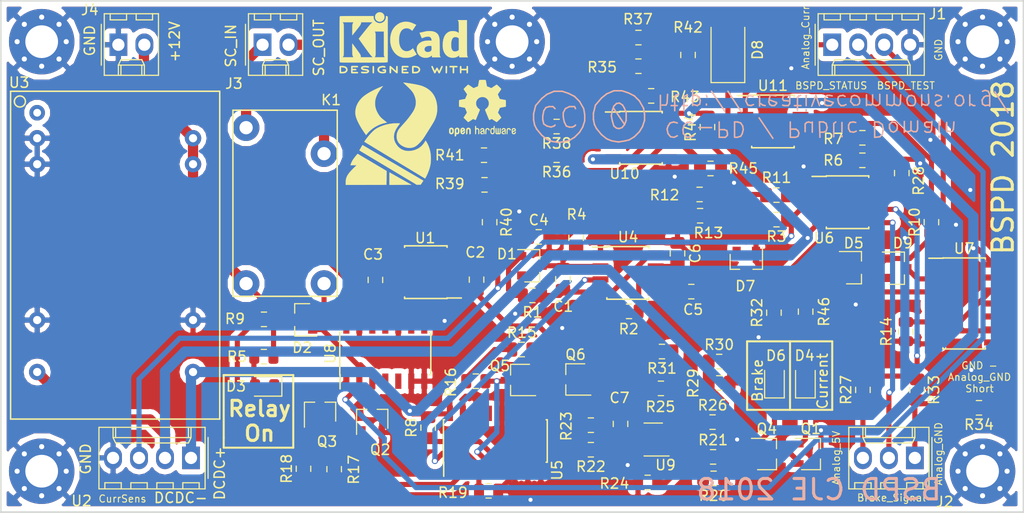
<source format=kicad_pcb>
(kicad_pcb (version 20171130) (host pcbnew "(5.0.0)")
  (title_block (title BSPD) (date 2018-06-06) (rev v1) (company "Christian Eberhardt"))
  (layers (0 F.Cu signal) (31 B.Cu signal) (34 B.Paste user) (35 F.Paste user) (36 B.SilkS user) (37 F.SilkS user) (38 B.Mask user) (39 F.Mask user) (44 Edge.Cuts user))
  (net 0 "")
  (net 1 +5V)
  (net 2 GND)
  (net 3 +12V)
  (net 4 "Net-(D3-Pad2)")
  (net 5 "Net-(D4-Pad2)")
  (net 6 "Net-(D4-Pad1)")
  (net 7 "Net-(D6-Pad2)")
  (net 8 Analog_5v)
  (net 9 Brake_Signal)
  (net 10 Analog_GND)
  (net 11 BSPD_STATUS)
  (net 12 BSPD_TEST)
  (net 13 SC_IN)
  (net 14 SC_OUT)
  (net 15 "Net-(Q2-Pad1)")
  (net 16 DCDC+)
  (net 17 "Net-(Q3-Pad1)")
  (net 18 "Net-(Q4-Pad2)")
  (net 19 DCDC-)
  (net 20 "Net-(R10-Pad2)")
  (net 21 "Net-(R11-Pad2)")
  (net 22 "Net-(R26-Pad1)")
  (net 23 "Net-(R27-Pad2)")
  (net 24 "Net-(D8-Pad1)")
  (net 25 "Net-(Q5-Pad1)")
  (net 26 "Net-(Q5-Pad3)")
  (net 27 "Net-(Q6-Pad1)")
  (net 28 "Net-(R35-Pad2)")
  (net 29 "Net-(C1-Pad2)")
  (net 30 "Net-(C4-Pad1)")
  (net 31 "Net-(C5-Pad1)")
  (net 32 "Net-(C6-Pad1)")
  (net 33 "Net-(D2-Pad2)")
  (net 34 "Net-(D3-Pad1)")
  (net 35 "Net-(D6-Pad1)")
  (net 36 /Sheet5B6518BB/Analog_HV_Current_Measurement)
  (net 37 "Net-(Q1-Pad2)")
  (net 38 Current_Sensor_Out)
  (net 39 "Net-(R11-Pad1)")
  (net 40 "Net-(R8-Pad1)")
  (net 41 "Net-(R17-Pad1)")
  (net 42 Latch_Reset)
  (net 43 "Net-(R20-Pad1)")
  (net 44 "Net-(R22-Pad1)")
  (net 45 "Net-(R25-Pad2)")
  (net 46 "Net-(R26-Pad2)")
  (net 47 "Net-(R28-Pad2)")
  (net 48 "Net-(R35-Pad1)")
  (net 49 "Net-(R36-Pad1)")
  (net 50 "Net-(R36-Pad2)")
  (net 51 "Net-(R39-Pad2)")
  (net 52 "Net-(R44-Pad1)")
  (net 53 "Net-(U1-Pad4)")
  (net 54 "Net-(U1-Pad5)")
  (net 55 "Net-(U3-Pad1)")
  (net 56 "Net-(U5-Pad13)")
  (net 57 "Net-(U5-Pad10)")
  (net 58 "Net-(U5-Pad9)")
  (net 59 "Net-(U5-Pad1)")
  (net 60 "Net-(U7-Pad4)")
  (net 61 "Net-(U7-Pad10)")
  (net 62 "Net-(U7-Pad11)")
  (net 63 "Net-(U8-Pad12)")
  (net 64 "Net-(U8-Pad11)")
  (net 65 "Net-(U8-Pad9)")
  (net 66 "Net-(U8-Pad8)")
  (net 67 "Net-(U8-Pad5)")
  (net 68 "Net-(U8-Pad4)")
  (net 69 "Net-(D5-Pad1)")
  (net 70 "Net-(D9-Pad1)")
  (net 71 "Net-(R14-Pad1)")
  (net 72 "Net-(R46-Pad2)")
  (module Vikings_Misc:VIA_0.4mm (layer F.Cu) (at 77.1 86.3)
    (fp_text reference REF** hide)
    (fp_text value VIA_0.4mm hide)
    (pad 1 thru_hole circle (at 0 0) (size 0.6 0.6) (drill 0.4) (layers *.Cu) (net 2 GND))
  )
  (module Vikings_Misc:VIA_0.4mm (layer F.Cu) (at 85.5 103.8)
    (fp_text reference REF** hide)
    (fp_text value VIA_0.4mm hide)
    (pad 1 thru_hole circle (at 0 0) (size 0.6 0.6) (drill 0.4) (layers *.Cu) (net 2 GND))
  )
  (module Vikings_Misc:VIA_0.4mm (layer F.Cu) (at 128.6 91.1)
    (fp_text reference REF** hide)
    (fp_text value VIA_0.4mm hide)
    (pad 1 thru_hole circle (at 0 0) (size 0.6 0.6) (drill 0.4) (layers *.Cu) (net 2 GND))
  )
  (module Vikings_Misc:VIA_0.4mm (layer F.Cu) (at 127.1 76.9)
    (fp_text reference REF** hide)
    (fp_text value VIA_0.4mm hide)
    (pad 1 thru_hole circle (at 0 0) (size 0.6 0.6) (drill 0.4) (layers *.Cu) (net 2 GND))
  )
  (module Vikings_Misc:VIA_0.4mm (layer F.Cu) (at 122.1 78.2)
    (fp_text reference REF** hide)
    (fp_text value VIA_0.4mm hide)
    (pad 1 thru_hole circle (at 0 0) (size 0.6 0.6) (drill 0.4) (layers *.Cu) (net 2 GND))
  )
  (module Vikings_Misc:VIA_0.4mm (layer F.Cu) (at 128.5 73.5)
    (fp_text reference REF** hide)
    (fp_text value VIA_0.4mm hide)
    (pad 1 thru_hole circle (at 0 0) (size 0.6 0.6) (drill 0.4) (layers *.Cu) (net 2 GND))
  )
  (module Vikings_Misc:VIA_0.4mm (layer F.Cu) (at 124.6 68.6)
    (fp_text reference REF** hide)
    (fp_text value VIA_0.4mm hide)
    (pad 1 thru_hole circle (at 0 0) (size 0.6 0.6) (drill 0.4) (layers *.Cu) (net 2 GND))
  )
  (module Vikings_Misc:VIA_0.4mm (layer F.Cu) (at 105.4 72.8)
    (fp_text reference REF** hide)
    (fp_text value VIA_0.4mm hide)
    (pad 1 thru_hole circle (at 0 0) (size 0.6 0.6) (drill 0.4) (layers *.Cu) (net 2 GND))
  )
  (module Vikings_Misc:VIA_0.4mm (layer F.Cu) (at 111 61.6)
    (fp_text reference REF** hide)
    (fp_text value VIA_0.4mm hide)
    (pad 1 thru_hole circle (at 0 0) (size 0.6 0.6) (drill 0.4) (layers *.Cu) (net 2 GND))
  )
  (module Vikings_Misc:VIA_0.4mm (layer F.Cu) (at 117.3 84.7)
    (fp_text reference REF** hide)
    (fp_text value VIA_0.4mm hide)
    (pad 1 thru_hole circle (at 0 0) (size 0.6 0.6) (drill 0.4) (layers *.Cu) (net 2 GND))
  )
  (module Vikings_Misc:VIA_0.4mm (layer F.Cu) (at 107.8 87.9)
    (fp_text reference REF** hide)
    (fp_text value VIA_0.4mm hide)
    (pad 1 thru_hole circle (at 0 0) (size 0.6 0.6) (drill 0.4) (layers *.Cu) (net 2 GND))
  )
  (module Vikings_Misc:VIA_0.4mm (layer F.Cu) (at 84.4 75.6)
    (fp_text reference REF** hide)
    (fp_text value VIA_0.4mm hide)
    (pad 1 thru_hole circle (at 0 0) (size 0.6 0.6) (drill 0.4) (layers *.Cu) (net 2 GND))
  )
  (module Vikings_Misc:VIA_0.4mm (layer F.Cu) (at 88.6 87)
    (fp_text reference REF** hide)
    (fp_text value VIA_0.4mm hide)
    (pad 1 thru_hole circle (at 0 0) (size 0.6 0.6) (drill 0.4) (layers *.Cu) (net 2 GND))
  )
  (module Vikings_Misc:VIA_0.4mm (layer F.Cu) (at 99.6 72.2)
    (fp_text reference REF** hide)
    (fp_text value VIA_0.4mm hide)
    (pad 1 thru_hole circle (at 0 0) (size 0.6 0.6) (drill 0.4) (layers *.Cu) (net 2 GND))
  )
  (module Vikings_Misc:VIA_0.4mm (layer F.Cu) (at 112.2 71.2)
    (fp_text reference REF** hide)
    (fp_text value VIA_0.4mm hide)
    (pad 1 thru_hole circle (at 0 0) (size 0.6 0.6) (drill 0.4) (layers *.Cu) (net 2 GND))
  )
  (module Vikings_Misc:VIA_0.4mm (layer F.Cu) (at 95 100.4)
    (fp_text reference REF** hide)
    (fp_text value VIA_0.4mm hide)
    (pad 1 thru_hole circle (at 0 0) (size 0.6 0.6) (drill 0.4) (layers *.Cu) (net 2 GND))
  )
  (module Mounting_Holes:MountingHole_3.2mm_M3_Pad_Via (layer F.Cu) (at 37.7 101)
    (fp_text reference REF** hide)
    (fp_text value MountingHole_3.2mm_M3_Pad_Via)
    (pad 1 thru_hole circle (at 0 0) (size 6.4 6.4) (drill 3.2) (layers *.Cu *.Mask) (net 2 GND))
    (pad 1 thru_hole circle (at 2.4 0) (size 0.8 0.8) (drill 0.5) (layers *.Cu *.Mask) (net 2 GND))
    (pad 1 thru_hole circle (at 1.697056 1.697056) (size 0.8 0.8) (drill 0.5) (layers *.Cu *.Mask) (net 2 GND))
    (pad 1 thru_hole circle (at 0 2.4) (size 0.8 0.8) (drill 0.5) (layers *.Cu *.Mask) (net 2 GND))
    (pad 1 thru_hole circle (at -1.697056 1.697056) (size 0.8 0.8) (drill 0.5) (layers *.Cu *.Mask) (net 2 GND))
    (pad 1 thru_hole circle (at -2.4 0) (size 0.8 0.8) (drill 0.5) (layers *.Cu *.Mask) (net 2 GND))
    (pad 1 thru_hole circle (at -1.697056 -1.697056) (size 0.8 0.8) (drill 0.5) (layers *.Cu *.Mask) (net 2 GND))
    (pad 1 thru_hole circle (at 0 -2.4) (size 0.8 0.8) (drill 0.5) (layers *.Cu *.Mask) (net 2 GND))
    (pad 1 thru_hole circle (at 1.697056 -1.697056) (size 0.8 0.8) (drill 0.5) (layers *.Cu *.Mask) (net 2 GND))
  )
  (module Mounting_Holes:MountingHole_3.2mm_M3_Pad_Via (layer F.Cu) (at 37.7 59)
    (fp_text reference REF** hide)
    (fp_text value MountingHole_3.2mm_M3_Pad_Via)
    (pad 1 thru_hole circle (at 1.697056 -1.697056) (size 0.8 0.8) (drill 0.5) (layers *.Cu *.Mask) (net 2 GND))
    (pad 1 thru_hole circle (at 0 -2.4) (size 0.8 0.8) (drill 0.5) (layers *.Cu *.Mask) (net 2 GND))
    (pad 1 thru_hole circle (at -1.697056 -1.697056) (size 0.8 0.8) (drill 0.5) (layers *.Cu *.Mask) (net 2 GND))
    (pad 1 thru_hole circle (at -2.4 0) (size 0.8 0.8) (drill 0.5) (layers *.Cu *.Mask) (net 2 GND))
    (pad 1 thru_hole circle (at -1.697056 1.697056) (size 0.8 0.8) (drill 0.5) (layers *.Cu *.Mask) (net 2 GND))
    (pad 1 thru_hole circle (at 0 2.4) (size 0.8 0.8) (drill 0.5) (layers *.Cu *.Mask) (net 2 GND))
    (pad 1 thru_hole circle (at 1.697056 1.697056) (size 0.8 0.8) (drill 0.5) (layers *.Cu *.Mask) (net 2 GND))
    (pad 1 thru_hole circle (at 2.4 0) (size 0.8 0.8) (drill 0.5) (layers *.Cu *.Mask) (net 2 GND))
    (pad 1 thru_hole circle (at 0 0) (size 6.4 6.4) (drill 3.2) (layers *.Cu *.Mask) (net 2 GND))
  )
  (module Mounting_Holes:MountingHole_3.2mm_M3_Pad_Via (layer F.Cu) (at 83.7 59)
    (fp_text reference REF** hide)
    (fp_text value MountingHole_3.2mm_M3_Pad_Via)
    (pad 1 thru_hole circle (at 0 0) (size 6.4 6.4) (drill 3.2) (layers *.Cu *.Mask) (net 2 GND))
    (pad 1 thru_hole circle (at 2.4 0) (size 0.8 0.8) (drill 0.5) (layers *.Cu *.Mask) (net 2 GND))
    (pad 1 thru_hole circle (at 1.697056 1.697056) (size 0.8 0.8) (drill 0.5) (layers *.Cu *.Mask) (net 2 GND))
    (pad 1 thru_hole circle (at 0 2.4) (size 0.8 0.8) (drill 0.5) (layers *.Cu *.Mask) (net 2 GND))
    (pad 1 thru_hole circle (at -1.697056 1.697056) (size 0.8 0.8) (drill 0.5) (layers *.Cu *.Mask) (net 2 GND))
    (pad 1 thru_hole circle (at -2.4 0) (size 0.8 0.8) (drill 0.5) (layers *.Cu *.Mask) (net 2 GND))
    (pad 1 thru_hole circle (at -1.697056 -1.697056) (size 0.8 0.8) (drill 0.5) (layers *.Cu *.Mask) (net 2 GND))
    (pad 1 thru_hole circle (at 0 -2.4) (size 0.8 0.8) (drill 0.5) (layers *.Cu *.Mask) (net 2 GND))
    (pad 1 thru_hole circle (at 1.697056 -1.697056) (size 0.8 0.8) (drill 0.5) (layers *.Cu *.Mask) (net 2 GND))
  )
  (module Mounting_Holes:MountingHole_3.2mm_M3_Pad_Via (layer F.Cu) (at 129.7 59)
    (fp_text reference REF** hide)
    (fp_text value MountingHole_3.2mm_M3_Pad_Via)
    (pad 1 thru_hole circle (at 1.697056 -1.697056) (size 0.8 0.8) (drill 0.5) (layers *.Cu *.Mask) (net 2 GND))
    (pad 1 thru_hole circle (at 0 -2.4) (size 0.8 0.8) (drill 0.5) (layers *.Cu *.Mask) (net 2 GND))
    (pad 1 thru_hole circle (at -1.697056 -1.697056) (size 0.8 0.8) (drill 0.5) (layers *.Cu *.Mask) (net 2 GND))
    (pad 1 thru_hole circle (at -2.4 0) (size 0.8 0.8) (drill 0.5) (layers *.Cu *.Mask) (net 2 GND))
    (pad 1 thru_hole circle (at -1.697056 1.697056) (size 0.8 0.8) (drill 0.5) (layers *.Cu *.Mask) (net 2 GND))
    (pad 1 thru_hole circle (at 0 2.4) (size 0.8 0.8) (drill 0.5) (layers *.Cu *.Mask) (net 2 GND))
    (pad 1 thru_hole circle (at 1.697056 1.697056) (size 0.8 0.8) (drill 0.5) (layers *.Cu *.Mask) (net 2 GND))
    (pad 1 thru_hole circle (at 2.4 0) (size 0.8 0.8) (drill 0.5) (layers *.Cu *.Mask) (net 2 GND))
    (pad 1 thru_hole circle (at 0 0) (size 6.4 6.4) (drill 3.2) (layers *.Cu *.Mask) (net 2 GND))
  )
  (module Mounting_Holes:MountingHole_3.2mm_M3_Pad_Via (layer F.Cu) (at 129.7 101)
    (fp_text reference REF** hide)
    (fp_text value MountingHole_3.2mm_M3_Pad_Via)
    (pad 1 thru_hole circle (at 0 0) (size 6.4 6.4) (drill 3.2) (layers *.Cu *.Mask) (net 2 GND))
    (pad 1 thru_hole circle (at 2.4 0) (size 0.8 0.8) (drill 0.5) (layers *.Cu *.Mask) (net 2 GND))
    (pad 1 thru_hole circle (at 1.697056 1.697056) (size 0.8 0.8) (drill 0.5) (layers *.Cu *.Mask) (net 2 GND))
    (pad 1 thru_hole circle (at 0 2.4) (size 0.8 0.8) (drill 0.5) (layers *.Cu *.Mask) (net 2 GND))
    (pad 1 thru_hole circle (at -1.697056 1.697056) (size 0.8 0.8) (drill 0.5) (layers *.Cu *.Mask) (net 2 GND))
    (pad 1 thru_hole circle (at -2.4 0) (size 0.8 0.8) (drill 0.5) (layers *.Cu *.Mask) (net 2 GND))
    (pad 1 thru_hole circle (at -1.697056 -1.697056) (size 0.8 0.8) (drill 0.5) (layers *.Cu *.Mask) (net 2 GND))
    (pad 1 thru_hole circle (at 0 -2.4) (size 0.8 0.8) (drill 0.5) (layers *.Cu *.Mask) (net 2 GND))
    (pad 1 thru_hole circle (at 1.697056 -1.697056) (size 0.8 0.8) (drill 0.5) (layers *.Cu *.Mask) (net 2 GND))
  )
  (module Vikings_Graphics:VikingLogo_Silk_9x10mm (layer F.Cu) (at 71.9 68)
    (fp_text reference G*** hide)
    (fp_text value LOGO hide)
  )
  (module Capacitor_SMD:C_0805_2012Metric_Pad1.15x1.40mm_HandSolder (layer F.Cu) (at 88.67 82.23 90)
    (fp_text reference C1 (at -2.67 0.03 180) (layer F.SilkS))
    (fp_text value 1µ)
    (pad 1 smd roundrect (at -1.025 0 90) (size 1.15 1.4) (layers F.Cu F.Paste F.Mask) (roundrect_rratio 0.217391) (net 16 DCDC+))
    (pad 2 smd roundrect (at 1.025 0 90) (size 1.15 1.4) (layers F.Cu F.Paste F.Mask) (roundrect_rratio 0.217391) (net 29 "Net-(C1-Pad2)"))
  )
  (module Capacitor_SMD:C_0805_2012Metric_Pad1.15x1.40mm_HandSolder (layer F.Cu) (at 80.222401 82.267242 90)
    (fp_text reference C2 (at 2.667242 -0.122401 180) (layer F.SilkS))
    (fp_text value "0,1 µF")
    (pad 1 smd roundrect (at -1.025 0 90) (size 1.15 1.4) (layers F.Cu F.Paste F.Mask) (roundrect_rratio 0.217391) (net 1 +5V))
    (pad 2 smd roundrect (at 1.025 0 90) (size 1.15 1.4) (layers F.Cu F.Paste F.Mask) (roundrect_rratio 0.217391) (net 2 GND))
  )
  (module Capacitor_SMD:C_0805_2012Metric_Pad1.15x1.40mm_HandSolder (layer F.Cu) (at 70.332401 82.297242 90)
    (fp_text reference C3 (at 2.497242 -0.232401 180) (layer F.SilkS))
    (fp_text value "0,33 µF")
    (pad 2 smd roundrect (at 1.025 0 90) (size 1.15 1.4) (layers F.Cu F.Paste F.Mask) (roundrect_rratio 0.217391) (net 2 GND))
    (pad 1 smd roundrect (at -1.025 0 90) (size 1.15 1.4) (layers F.Cu F.Paste F.Mask) (roundrect_rratio 0.217391) (net 3 +12V))
  )
  (module Capacitor_SMD:C_0805_2012Metric_Pad1.15x1.40mm_HandSolder (layer F.Cu) (at 86.3 78.09)
    (fp_text reference C4 (at 0 -1.65) (layer F.SilkS))
    (fp_text value 4,7µ)
    (pad 1 smd roundrect (at -1.025 0) (size 1.15 1.4) (layers F.Cu F.Paste F.Mask) (roundrect_rratio 0.217391) (net 30 "Net-(C4-Pad1)"))
    (pad 2 smd roundrect (at 1.025 0) (size 1.15 1.4) (layers F.Cu F.Paste F.Mask) (roundrect_rratio 0.217391) (net 2 GND))
  )
  (module Capacitor_SMD:C_0805_2012Metric_Pad1.15x1.40mm_HandSolder (layer F.Cu) (at 101.22 83.44)
    (fp_text reference C5 (at 0.18 1.76) (layer F.SilkS))
    (fp_text value 100n)
    (pad 1 smd roundrect (at -1.025 0) (size 1.15 1.4) (layers F.Cu F.Paste F.Mask) (roundrect_rratio 0.217391) (net 31 "Net-(C5-Pad1)"))
    (pad 2 smd roundrect (at 1.025 0) (size 1.15 1.4) (layers F.Cu F.Paste F.Mask) (roundrect_rratio 0.217391) (net 2 GND))
  )
  (module Capacitor_SMD:C_0805_2012Metric_Pad1.15x1.40mm_HandSolder (layer F.Cu) (at 99.87 79.7 90)
    (fp_text reference C6 (at 0 1.73 90) (layer F.SilkS))
    (fp_text value 4,7µ)
    (pad 2 smd roundrect (at 1.025 0 90) (size 1.15 1.4) (layers F.Cu F.Paste F.Mask) (roundrect_rratio 0.217391) (net 2 GND))
    (pad 1 smd roundrect (at -1.025 0 90) (size 1.15 1.4) (layers F.Cu F.Paste F.Mask) (roundrect_rratio 0.217391) (net 32 "Net-(C6-Pad1)"))
  )
  (module Capacitor_SMD:C_0805_2012Metric_Pad1.15x1.40mm_HandSolder (layer F.Cu) (at 94.3 96.375 90)
    (fp_text reference C7 (at 2.55 -0.1 180) (layer F.SilkS))
    (fp_text value "0,1 µF")
    (pad 2 smd roundrect (at 1.025 0 90) (size 1.15 1.4) (layers F.Cu F.Paste F.Mask) (roundrect_rratio 0.217391) (net 2 GND))
    (pad 1 smd roundrect (at -1.025 0 90) (size 1.15 1.4) (layers F.Cu F.Paste F.Mask) (roundrect_rratio 0.217391) (net 1 +5V))
  )
  (module Diode_SMD:D_SOT-23_ANK (layer F.Cu) (at 85.64 80.91)
    (fp_text reference D1 (at -2.455001 -1.145001) (layer F.SilkS))
    (fp_text value BAS16LT1)
    (pad 2 smd rect (at -1 -0.95) (size 0.9 0.8) (layers F.Cu F.Paste F.Mask) (net 30 "Net-(C4-Pad1)"))
    (pad "" smd rect (at -1 0.95) (size 0.9 0.8) (layers F.Cu F.Paste F.Mask))
    (pad 1 smd rect (at 1 0) (size 0.9 0.8) (layers F.Cu F.Paste F.Mask) (net 29 "Net-(C1-Pad2)"))
  )
  (module Diode_SMD:D_SOT-23_ANK (layer F.Cu) (at 63.2 86.2 180)
    (fp_text reference D2 (at 0.024999 -2.715001 180) (layer F.SilkS))
    (fp_text value BAS16LT1)
    (pad 1 smd rect (at 1 0 180) (size 0.9 0.8) (layers F.Cu F.Paste F.Mask) (net 3 +12V))
    (pad "" smd rect (at -1 0.95 180) (size 0.9 0.8) (layers F.Cu F.Paste F.Mask))
    (pad 2 smd rect (at -1 -0.95 180) (size 0.9 0.8) (layers F.Cu F.Paste F.Mask) (net 33 "Net-(D2-Pad2)"))
  )
  (module Diode_SMD:D_0805_2012Metric (layer F.Cu) (at 59.5 92.7 180)
    (fp_text reference D3 (at 2.8 0 180) (layer F.SilkS))
    (fp_text value LED)
    (pad 1 smd roundrect (at -0.9375 0 180) (size 0.975 1.4) (layers F.Cu F.Paste F.Mask) (net 34 "Net-(D3-Pad1)"))
    (pad 2 smd roundrect (at 0.9375 0 180) (size 0.975 1.4) (layers F.Cu F.Paste F.Mask) (net 4 "Net-(D3-Pad2)"))
  )
  (module Diode_SMD:D_0805_2012Metric (layer F.Cu) (at 112.375 92.15 90)
    (fp_text reference D4 (at 2.45 -0.075 180) (layer F.SilkS))
    (fp_text value LED)
    (pad 2 smd roundrect (at 0.9375 0 90) (size 0.975 1.4) (layers F.Cu F.Paste F.Mask) (net 5 "Net-(D4-Pad2)"))
    (pad 1 smd roundrect (at -0.9375 0 90) (size 0.975 1.4) (layers F.Cu F.Paste F.Mask) (net 6 "Net-(D4-Pad1)"))
  )
  (module Diode_SMD:D_SOT-23_ANK (layer F.Cu) (at 117.1 81.1)
    (fp_text reference D5 (at 0 -2.4) (layer F.SilkS))
    (fp_text value BAS16LT1)
    (pad 1 smd rect (at 1 0) (size 0.9 0.8) (layers F.Cu F.Paste F.Mask) (net 69 "Net-(D5-Pad1)"))
    (pad "" smd rect (at -1 0.95) (size 0.9 0.8) (layers F.Cu F.Paste F.Mask))
    (pad 2 smd rect (at -1 -0.95) (size 0.9 0.8) (layers F.Cu F.Paste F.Mask) (net 2 GND))
  )
  (module Diode_SMD:D_0805_2012Metric (layer F.Cu) (at 109.35 92.15 90)
    (fp_text reference D6 (at 2.45 0.15 180) (layer F.SilkS))
    (fp_text value LED)
    (pad 1 smd roundrect (at -0.9375 0 90) (size 0.975 1.4) (layers F.Cu F.Paste F.Mask) (net 35 "Net-(D6-Pad1)"))
    (pad 2 smd roundrect (at 0.9375 0 90) (size 0.975 1.4) (layers F.Cu F.Paste F.Mask) (net 7 "Net-(D6-Pad2)"))
  )
  (module Diode_SMD:D_SOT-23_ANK (layer F.Cu) (at 106.6 80.5 270)
    (fp_text reference D7 (at 2.4 0.1) (layer F.SilkS))
    (fp_text value BAS16LT1)
    (pad 2 smd rect (at -1 -0.95 270) (size 0.9 0.8) (layers F.Cu F.Paste F.Mask) (net 2 GND))
    (pad "" smd rect (at -1 0.95 270) (size 0.9 0.8) (layers F.Cu F.Paste F.Mask))
    (pad 1 smd rect (at 1 0 270) (size 0.9 0.8) (layers F.Cu F.Paste F.Mask) (net 7 "Net-(D6-Pad2)"))
  )
  (module Diode_SMD:D_SMA (layer F.Cu) (at 104.8 59.6 90)
    (fp_text reference D8 (at -0.2 2.9 90) (layer F.SilkS))
    (fp_text value 10V)
    (pad 1 smd rect (at -2 0 90) (size 2.5 1.8) (layers F.Cu F.Paste F.Mask) (net 24 "Net-(D8-Pad1)"))
    (pad 2 smd rect (at 2 0 90) (size 2.5 1.8) (layers F.Cu F.Paste F.Mask) (net 2 GND))
  )
  (module Diode_SMD:D_SOT-23_ANK (layer F.Cu) (at 121.3 81.15)
    (fp_text reference D9 (at 0.6 -2.45) (layer F.SilkS))
    (fp_text value BAS16LT1)
    (pad 2 smd rect (at -1 -0.95) (size 0.9 0.8) (layers F.Cu F.Paste F.Mask) (net 69 "Net-(D5-Pad1)"))
    (pad "" smd rect (at -1 0.95) (size 0.9 0.8) (layers F.Cu F.Paste F.Mask))
    (pad 1 smd rect (at 1 0) (size 0.9 0.8) (layers F.Cu F.Paste F.Mask) (net 70 "Net-(D9-Pad1)"))
  )
  (module Connector_Molex:Molex_KK-254_AE-6410-04A_1x04_P2.54mm_Vertical (layer F.Cu) (at 115 59.3)
    (fp_text reference J1 (at 10.3 -3) (layer F.SilkS))
    (fp_text value Conn_01x04)
    (pad 1 thru_hole rect (at 0 0) (size 1.74 2.2) (drill 1.2) (layers *.Cu *.Mask) (net 36 /Sheet5B6518BB/Analog_HV_Current_Measurement))
    (pad 2 thru_hole oval (at 2.54 0) (size 1.74 2.2) (drill 1.2) (layers *.Cu *.Mask) (net 11 BSPD_STATUS))
    (pad 3 thru_hole oval (at 5.08 0) (size 1.74 2.2) (drill 1.2) (layers *.Cu *.Mask) (net 12 BSPD_TEST))
    (pad 4 thru_hole oval (at 7.62 0) (size 1.74 2.2) (drill 1.2) (layers *.Cu *.Mask) (net 2 GND))
  )
  (module Connector_Molex:Molex_KK-254_AE-6410-03A_1x03_P2.54mm_Vertical (layer F.Cu) (at 123.08 99.7 180)
    (fp_text reference J2 (at -2.92 -4.3 180) (layer F.SilkS))
    (fp_text value Conn_01x03)
    (pad 1 thru_hole rect (at 0 0 180) (size 1.74 2.2) (drill 1.2) (layers *.Cu *.Mask) (net 10 Analog_GND))
    (pad 2 thru_hole oval (at 2.54 0 180) (size 1.74 2.2) (drill 1.2) (layers *.Cu *.Mask) (net 9 Brake_Signal))
    (pad 3 thru_hole oval (at 5.08 0 180) (size 1.74 2.2) (drill 1.2) (layers *.Cu *.Mask) (net 8 Analog_5v))
  )
  (module Connector_Molex:Molex_KK-254_AE-6410-02A_1x02_P2.54mm_Vertical (layer F.Cu) (at 59.3 59.3)
    (fp_text reference J3 (at -2.8 3.8) (layer F.SilkS))
    (fp_text value Conn_01x02)
    (pad 1 thru_hole rect (at 0 0) (size 1.74 2.2) (drill 1.2) (layers *.Cu *.Mask) (net 13 SC_IN))
    (pad 2 thru_hole oval (at 2.54 0) (size 1.74 2.2) (drill 1.2) (layers *.Cu *.Mask) (net 14 SC_OUT))
  )
  (module Connector_Molex:Molex_KK-254_AE-6410-02A_1x02_P2.54mm_Vertical (layer F.Cu) (at 45.2 59.3)
    (fp_text reference J4 (at -2.8 -3.4) (layer F.SilkS))
    (fp_text value Conn_01x02)
    (pad 2 thru_hole oval (at 2.54 0) (size 1.74 2.2) (drill 1.2) (layers *.Cu *.Mask) (net 3 +12V))
    (pad 1 thru_hole rect (at 0 0) (size 1.74 2.2) (drill 1.2) (layers *.Cu *.Mask) (net 2 GND))
  )
  (module Package_TO_SOT_SMD:TSOT-23 (layer F.Cu) (at 112.9 99.3)
    (fp_text reference Q1 (at 0 -2.45) (layer F.SilkS))
    (fp_text value MMBT3904)
    (pad 3 smd rect (at 1.31 0) (size 1.22 0.65) (layers F.Cu F.Paste F.Mask) (net 16 DCDC+))
    (pad 2 smd rect (at -1.31 0.95) (size 1.22 0.65) (layers F.Cu F.Paste F.Mask) (net 37 "Net-(Q1-Pad2)"))
    (pad 1 smd rect (at -1.31 -0.95) (size 1.22 0.65) (layers F.Cu F.Paste F.Mask) (net 6 "Net-(D4-Pad1)"))
  )
  (module Package_TO_SOT_SMD:TSOT-23 (layer F.Cu) (at 70 95.9 90)
    (fp_text reference Q2 (at -3 0.8 180) (layer F.SilkS))
    (fp_text value 2N7002)
    (pad 1 smd rect (at -1.31 -0.95 90) (size 1.22 0.65) (layers F.Cu F.Paste F.Mask) (net 15 "Net-(Q2-Pad1)"))
    (pad 2 smd rect (at -1.31 0.95 90) (size 1.22 0.65) (layers F.Cu F.Paste F.Mask) (net 2 GND))
    (pad 3 smd rect (at 1.31 0 90) (size 1.22 0.65) (layers F.Cu F.Paste F.Mask) (net 33 "Net-(D2-Pad2)"))
  )
  (module Package_TO_SOT_SMD:TSOT-23 (layer F.Cu) (at 64.9 95.2 90)
    (fp_text reference Q3 (at -2.9 0.7 180) (layer F.SilkS))
    (fp_text value 2N7002)
    (pad 3 smd rect (at 1.31 0 90) (size 1.22 0.65) (layers F.Cu F.Paste F.Mask) (net 15 "Net-(Q2-Pad1)"))
    (pad 2 smd rect (at -1.31 0.95 90) (size 1.22 0.65) (layers F.Cu F.Paste F.Mask) (net 2 GND))
    (pad 1 smd rect (at -1.31 -0.95 90) (size 1.22 0.65) (layers F.Cu F.Paste F.Mask) (net 17 "Net-(Q3-Pad1)"))
  )
  (module Package_TO_SOT_SMD:TSOT-23 (layer F.Cu) (at 108.6 99.3)
    (fp_text reference Q4 (at 0 -2.45) (layer F.SilkS))
    (fp_text value MMBT3904)
    (pad 1 smd rect (at -1.31 -0.95) (size 1.22 0.65) (layers F.Cu F.Paste F.Mask) (net 35 "Net-(D6-Pad1)"))
    (pad 2 smd rect (at -1.31 0.95) (size 1.22 0.65) (layers F.Cu F.Paste F.Mask) (net 18 "Net-(Q4-Pad2)"))
    (pad 3 smd rect (at 1.31 0) (size 1.22 0.65) (layers F.Cu F.Paste F.Mask) (net 37 "Net-(Q1-Pad2)"))
  )
  (module Package_TO_SOT_SMD:TSOT-23 (layer F.Cu) (at 84.5 92.1 180)
    (fp_text reference Q5 (at 2 1.4 180) (layer F.SilkS))
    (fp_text value 2N7002)
    (pad 1 smd rect (at -1.31 -0.95 180) (size 1.22 0.65) (layers F.Cu F.Paste F.Mask) (net 25 "Net-(Q5-Pad1)"))
    (pad 2 smd rect (at -1.31 0.95 180) (size 1.22 0.65) (layers F.Cu F.Paste F.Mask) (net 2 GND))
    (pad 3 smd rect (at 1.31 0 180) (size 1.22 0.65) (layers F.Cu F.Paste F.Mask) (net 26 "Net-(Q5-Pad3)"))
  )
  (module Package_TO_SOT_SMD:TSOT-23 (layer F.Cu) (at 89.9 92.05 180)
    (fp_text reference Q6 (at 0 2.45 180) (layer F.SilkS))
    (fp_text value 2N7002)
    (pad 3 smd rect (at 1.31 0 180) (size 1.22 0.65) (layers F.Cu F.Paste F.Mask) (net 25 "Net-(Q5-Pad1)"))
    (pad 2 smd rect (at -1.31 0.95 180) (size 1.22 0.65) (layers F.Cu F.Paste F.Mask) (net 2 GND))
    (pad 1 smd rect (at -1.31 -0.95 180) (size 1.22 0.65) (layers F.Cu F.Paste F.Mask) (net 27 "Net-(Q6-Pad1)"))
  )
  (module Resistor_SMD:R_0805_2012Metric (layer F.Cu) (at 85.69 83.81 180)
    (fp_text reference R1 (at 0 -1.65 180) (layer F.SilkS))
    (fp_text value 10k)
    (pad 2 smd roundrect (at 0.9375 0 180) (size 0.975 1.4) (layers F.Cu F.Paste F.Mask) (net 30 "Net-(C4-Pad1)"))
    (pad 1 smd roundrect (at -0.9375 0 180) (size 0.975 1.4) (layers F.Cu F.Paste F.Mask) (net 16 DCDC+))
  )
  (module Resistor_SMD:R_0805_2012Metric (layer F.Cu) (at 95.13 85.37)
    (fp_text reference R2 (at -0.03 1.73) (layer F.SilkS))
    (fp_text value 10k)
    (pad 1 smd roundrect (at -0.9375 0) (size 0.975 1.4) (layers F.Cu F.Paste F.Mask) (net 16 DCDC+))
    (pad 2 smd roundrect (at 0.9375 0) (size 0.975 1.4) (layers F.Cu F.Paste F.Mask) (net 32 "Net-(C6-Pad1)"))
  )
  (module Resistor_SMD:R_0805_2012Metric_Pad1.15x1.40mm_HandSolder (layer F.Cu) (at 109.55 76.4 180)
    (fp_text reference R3 (at 0 -1.65 180) (layer F.SilkS))
    (fp_text value 100k)
    (pad 2 smd roundrect (at 1.025 0 180) (size 1.15 1.4) (layers F.Cu F.Paste F.Mask) (roundrect_rratio 0.217391) (net 2 GND))
    (pad 1 smd roundrect (at -1.025 0 180) (size 1.15 1.4) (layers F.Cu F.Paste F.Mask) (roundrect_rratio 0.217391) (net 38 Current_Sensor_Out))
  )
  (module Resistor_SMD:R_0805_2012Metric (layer F.Cu) (at 89.96 78.18 90)
    (fp_text reference R4 (at 2.28 0.04 180) (layer F.SilkS))
    (fp_text value 10k)
    (pad 2 smd roundrect (at 0.9375 0 90) (size 0.975 1.4) (layers F.Cu F.Paste F.Mask) (net 2 GND))
    (pad 1 smd roundrect (at -0.9375 0 90) (size 0.975 1.4) (layers F.Cu F.Paste F.Mask) (net 29 "Net-(C1-Pad2)"))
  )
  (module Resistor_SMD:R_0805_2012Metric (layer F.Cu) (at 59.423132 89.8 180)
    (fp_text reference R5 (at 2.623132 0 180) (layer F.SilkS))
    (fp_text value 10k)
    (pad 1 smd roundrect (at -0.9375 0 180) (size 0.975 1.4) (layers F.Cu F.Paste F.Mask) (net 3 +12V))
    (pad 2 smd roundrect (at 0.9375 0 180) (size 0.975 1.4) (layers F.Cu F.Paste F.Mask) (net 4 "Net-(D3-Pad2)"))
  )
  (module Resistor_SMD:R_0805_2012Metric_Pad1.15x1.40mm_HandSolder (layer F.Cu) (at 117.95 70.6 180)
    (fp_text reference R6 (at 2.85 0 180) (layer F.SilkS))
    (fp_text value 100k)
    (pad 2 smd roundrect (at 1.025 0 180) (size 1.15 1.4) (layers F.Cu F.Paste F.Mask) (roundrect_rratio 0.217391) (net 39 "Net-(R11-Pad1)"))
    (pad 1 smd roundrect (at -1.025 0 180) (size 1.15 1.4) (layers F.Cu F.Paste F.Mask) (roundrect_rratio 0.217391) (net 16 DCDC+))
  )
  (module Resistor_SMD:R_0805_2012Metric_Pad1.15x1.40mm_HandSolder (layer F.Cu) (at 117.95 68.4 180)
    (fp_text reference R7 (at 2.85 -0.1 180) (layer F.SilkS))
    (fp_text value 10k)
    (pad 2 smd roundrect (at 1.025 0 180) (size 1.15 1.4) (layers F.Cu F.Paste F.Mask) (roundrect_rratio 0.217391) (net 20 "Net-(R10-Pad2)"))
    (pad 1 smd roundrect (at -1.025 0 180) (size 1.15 1.4) (layers F.Cu F.Paste F.Mask) (roundrect_rratio 0.217391) (net 16 DCDC+))
  )
  (module Resistor_SMD:R_0805_2012Metric_Pad1.15x1.40mm_HandSolder (layer F.Cu) (at 75.491197 96.745225 90)
    (fp_text reference R8 (at 0 -1.65 90) (layer F.SilkS))
    (fp_text value 10k)
    (pad 2 smd roundrect (at 1.025 0 90) (size 1.15 1.4) (layers F.Cu F.Paste F.Mask) (roundrect_rratio 0.217391) (net 16 DCDC+))
    (pad 1 smd roundrect (at -1.025 0 90) (size 1.15 1.4) (layers F.Cu F.Paste F.Mask) (roundrect_rratio 0.217391) (net 40 "Net-(R8-Pad1)"))
  )
  (module Resistor_SMD:R_0805_2012Metric (layer F.Cu) (at 59.433132 86.149375 180)
    (fp_text reference R9 (at 2.833132 0.049375 180) (layer F.SilkS))
    (fp_text value 10k)
    (pad 2 smd roundrect (at 0.9375 0 180) (size 0.975 1.4) (layers F.Cu F.Paste F.Mask) (net 15 "Net-(Q2-Pad1)"))
    (pad 1 smd roundrect (at -0.9375 0 180) (size 0.975 1.4) (layers F.Cu F.Paste F.Mask) (net 3 +12V))
  )
  (module Resistor_SMD:R_0805_2012Metric_Pad1.15x1.40mm_HandSolder (layer F.Cu) (at 124.7 76.65 90)
    (fp_text reference R10 (at 0 -1.65 90) (layer F.SilkS))
    (fp_text value 10k)
    (pad 1 smd roundrect (at -1.025 0 90) (size 1.15 1.4) (layers F.Cu F.Paste F.Mask) (roundrect_rratio 0.217391) (net 69 "Net-(D5-Pad1)"))
    (pad 2 smd roundrect (at 1.025 0 90) (size 1.15 1.4) (layers F.Cu F.Paste F.Mask) (roundrect_rratio 0.217391) (net 20 "Net-(R10-Pad2)"))
  )
  (module Resistor_SMD:R_0805_2012Metric_Pad1.15x1.40mm_HandSolder (layer F.Cu) (at 109.55 74 180)
    (fp_text reference R11 (at 0 1.7 180) (layer F.SilkS))
    (fp_text value 2,2k)
    (pad 1 smd roundrect (at -1.025 0 180) (size 1.15 1.4) (layers F.Cu F.Paste F.Mask) (roundrect_rratio 0.217391) (net 39 "Net-(R11-Pad1)"))
    (pad 2 smd roundrect (at 1.025 0 180) (size 1.15 1.4) (layers F.Cu F.Paste F.Mask) (roundrect_rratio 0.217391) (net 21 "Net-(R11-Pad2)"))
  )
  (module Resistor_SMD:R_0805_2012Metric_Pad1.15x1.40mm_HandSolder (layer F.Cu) (at 102.03 73.94 180)
    (fp_text reference R12 (at 3.43 -0.06 180) (layer F.SilkS))
    (fp_text value 220)
    (pad 1 smd roundrect (at -1.025 0 180) (size 1.15 1.4) (layers F.Cu F.Paste F.Mask) (roundrect_rratio 0.217391) (net 21 "Net-(R11-Pad2)"))
    (pad 2 smd roundrect (at 1.025 0 180) (size 1.15 1.4) (layers F.Cu F.Paste F.Mask) (roundrect_rratio 0.217391) (net 2 GND))
  )
  (module Resistor_SMD:R_0805_2012Metric_Pad1.15x1.40mm_HandSolder (layer F.Cu) (at 102.08 76.02 180)
    (fp_text reference R13 (at -0.82 -1.68 180) (layer F.SilkS))
    (fp_text value 2,2k)
    (pad 2 smd roundrect (at 1.025 0 180) (size 1.15 1.4) (layers F.Cu F.Paste F.Mask) (roundrect_rratio 0.217391) (net 2 GND))
    (pad 1 smd roundrect (at -1.025 0 180) (size 1.15 1.4) (layers F.Cu F.Paste F.Mask) (roundrect_rratio 0.217391) (net 21 "Net-(R11-Pad2)"))
  )
  (module Resistor_SMD:R_0805_2012Metric (layer F.Cu) (at 122.2 87.35 270)
    (fp_text reference R14 (at 0 1.9 270) (layer F.SilkS))
    (fp_text value 10k)
    (pad 2 smd roundrect (at 0.9375 0 270) (size 0.975 1.4) (layers F.Cu F.Paste F.Mask) (net 2 GND))
    (pad 1 smd roundrect (at -0.9375 0 270) (size 0.975 1.4) (layers F.Cu F.Paste F.Mask) (net 71 "Net-(R14-Pad1)"))
  )
  (module Resistor_SMD:R_0805_2012Metric (layer F.Cu) (at 84.65 89.1)
    (fp_text reference R15 (at 0 -1.65) (layer F.SilkS))
    (fp_text value 10k)
    (pad 1 smd roundrect (at -0.9375 0) (size 0.975 1.4) (layers F.Cu F.Paste F.Mask) (net 16 DCDC+))
    (pad 2 smd roundrect (at 0.9375 0) (size 0.975 1.4) (layers F.Cu F.Paste F.Mask) (net 25 "Net-(Q5-Pad1)"))
  )
  (module Resistor_SMD:R_0805_2012Metric (layer F.Cu) (at 80.15 92.2)
    (fp_text reference R16 (at -2.45 0.1 90) (layer F.SilkS))
    (fp_text value 10k)
    (pad 2 smd roundrect (at 0.9375 0) (size 0.975 1.4) (layers F.Cu F.Paste F.Mask) (net 26 "Net-(Q5-Pad3)"))
    (pad 1 smd roundrect (at -0.9375 0) (size 0.975 1.4) (layers F.Cu F.Paste F.Mask) (net 16 DCDC+))
  )
  (module Resistor_SMD:R_0805_2012Metric (layer F.Cu) (at 66.3 100.8 90)
    (fp_text reference R17 (at -0.050625 1.916868 90) (layer F.SilkS))
    (fp_text value 33)
    (pad 1 smd roundrect (at -0.9375 0 90) (size 0.975 1.4) (layers F.Cu F.Paste F.Mask) (net 41 "Net-(R17-Pad1)"))
    (pad 2 smd roundrect (at 0.9375 0 90) (size 0.975 1.4) (layers F.Cu F.Paste F.Mask) (net 17 "Net-(Q3-Pad1)"))
  )
  (module Resistor_SMD:R_0805_2012Metric (layer F.Cu) (at 63.3 100.7625 90)
    (fp_text reference R18 (at 0 -1.65 90) (layer F.SilkS))
    (fp_text value 10k)
    (pad 2 smd roundrect (at 0.9375 0 90) (size 0.975 1.4) (layers F.Cu F.Paste F.Mask) (net 17 "Net-(Q3-Pad1)"))
    (pad 1 smd roundrect (at -0.9375 0 90) (size 0.975 1.4) (layers F.Cu F.Paste F.Mask) (net 2 GND))
  )
  (module Resistor_SMD:R_0805_2012Metric (layer F.Cu) (at 81.401197 102.915225 180)
    (fp_text reference R19 (at 3.501197 -0.184775 180) (layer F.SilkS))
    (fp_text value 10k)
    (pad 1 smd roundrect (at -0.9375 0 180) (size 0.975 1.4) (layers F.Cu F.Paste F.Mask) (net 2 GND))
    (pad 2 smd roundrect (at 0.9375 0 180) (size 0.975 1.4) (layers F.Cu F.Paste F.Mask) (net 42 Latch_Reset))
  )
  (module Resistor_SMD:R_0805_2012Metric_Pad1.15x1.40mm_HandSolder (layer F.Cu) (at 103.4 101.7)
    (fp_text reference R20 (at 0 1.7) (layer F.SilkS))
    (fp_text value 3,3k)
    (pad 2 smd roundrect (at 1.025 0) (size 1.15 1.4) (layers F.Cu F.Paste F.Mask) (roundrect_rratio 0.217391) (net 18 "Net-(Q4-Pad2)"))
    (pad 1 smd roundrect (at -1.025 0) (size 1.15 1.4) (layers F.Cu F.Paste F.Mask) (roundrect_rratio 0.217391) (net 43 "Net-(R20-Pad1)"))
  )
  (module Resistor_SMD:R_0805_2012Metric_Pad1.15x1.40mm_HandSolder (layer F.Cu) (at 103.35 99.6)
    (fp_text reference R21 (at 0 -1.65) (layer F.SilkS))
    (fp_text value 3,3k)
    (pad 1 smd roundrect (at -1.025 0) (size 1.15 1.4) (layers F.Cu F.Paste F.Mask) (roundrect_rratio 0.217391) (net 43 "Net-(R20-Pad1)"))
    (pad 2 smd roundrect (at 1.025 0) (size 1.15 1.4) (layers F.Cu F.Paste F.Mask) (roundrect_rratio 0.217391) (net 18 "Net-(Q4-Pad2)"))
  )
  (module Resistor_SMD:R_0805_2012Metric (layer F.Cu) (at 91.4 98.9 180)
    (fp_text reference R22 (at 0 -1.65 180) (layer F.SilkS))
    (fp_text value 33)
    (pad 2 smd roundrect (at 0.9375 0 180) (size 0.975 1.4) (layers F.Cu F.Paste F.Mask) (net 27 "Net-(Q6-Pad1)"))
    (pad 1 smd roundrect (at -0.9375 0 180) (size 0.975 1.4) (layers F.Cu F.Paste F.Mask) (net 44 "Net-(R22-Pad1)"))
  )
  (module Resistor_SMD:R_0805_2012Metric (layer F.Cu) (at 91.4 96.5 180)
    (fp_text reference R23 (at 2.4 -0.1 270) (layer F.SilkS))
    (fp_text value 10k)
    (pad 1 smd roundrect (at -0.9375 0 180) (size 0.975 1.4) (layers F.Cu F.Paste F.Mask) (net 2 GND))
    (pad 2 smd roundrect (at 0.9375 0 180) (size 0.975 1.4) (layers F.Cu F.Paste F.Mask) (net 27 "Net-(Q6-Pad1)"))
  )
  (module Resistor_SMD:R_0805_2012Metric (layer F.Cu) (at 96.95 102.1)
    (fp_text reference R24 (at -3.25 0.1) (layer F.SilkS))
    (fp_text value 680)
    (pad 1 smd roundrect (at -0.9375 0) (size 0.975 1.4) (layers F.Cu F.Paste F.Mask) (net 2 GND))
    (pad 2 smd roundrect (at 0.9375 0) (size 0.975 1.4) (layers F.Cu F.Paste F.Mask) (net 43 "Net-(R20-Pad1)"))
  )
  (module Resistor_SMD:R_0805_2012Metric_Pad1.15x1.40mm_HandSolder (layer F.Cu) (at 98.25 92.9)
    (fp_text reference R25 (at -0.05 1.8) (layer F.SilkS))
    (fp_text value 1M)
    (pad 1 smd roundrect (at -1.025 0) (size 1.15 1.4) (layers F.Cu F.Paste F.Mask) (roundrect_rratio 0.217391) (net 1 +5V))
    (pad 2 smd roundrect (at 1.025 0) (size 1.15 1.4) (layers F.Cu F.Paste F.Mask) (roundrect_rratio 0.217391) (net 45 "Net-(R25-Pad2)"))
  )
  (module Resistor_SMD:R_0805_2012Metric_Pad1.15x1.40mm_HandSolder (layer F.Cu) (at 103.3 96.2)
    (fp_text reference R26 (at 0 -1.65) (layer F.SilkS))
    (fp_text value 68k)
    (pad 1 smd roundrect (at -1.025 0) (size 1.15 1.4) (layers F.Cu F.Paste F.Mask) (roundrect_rratio 0.217391) (net 22 "Net-(R26-Pad1)"))
    (pad 2 smd roundrect (at 1.025 0) (size 1.15 1.4) (layers F.Cu F.Paste F.Mask) (roundrect_rratio 0.217391) (net 46 "Net-(R26-Pad2)"))
  )
  (module Resistor_SMD:R_0805_2012Metric_Pad1.15x1.40mm_HandSolder (layer F.Cu) (at 118 93.05 90)
    (fp_text reference R27 (at 0 -1.65 90) (layer F.SilkS))
    (fp_text value 10k)
    (pad 2 smd roundrect (at 1.025 0 90) (size 1.15 1.4) (layers F.Cu F.Paste F.Mask) (roundrect_rratio 0.217391) (net 23 "Net-(R27-Pad2)"))
    (pad 1 smd roundrect (at -1.025 0 90) (size 1.15 1.4) (layers F.Cu F.Paste F.Mask) (roundrect_rratio 0.217391) (net 8 Analog_5v))
  )
  (module Resistor_SMD:R_0805_2012Metric_Pad1.15x1.40mm_HandSolder (layer F.Cu) (at 121.8 71.85 270)
    (fp_text reference R28 (at 0.75 -1.65 270) (layer F.SilkS))
    (fp_text value 10k)
    (pad 2 smd roundrect (at 1.025 0 270) (size 1.15 1.4) (layers F.Cu F.Paste F.Mask) (roundrect_rratio 0.217391) (net 47 "Net-(R28-Pad2)"))
    (pad 1 smd roundrect (at -1.025 0 270) (size 1.15 1.4) (layers F.Cu F.Paste F.Mask) (roundrect_rratio 0.217391) (net 16 DCDC+))
  )
  (module Resistor_SMD:R_0805_2012Metric_Pad1.15x1.40mm_HandSolder (layer F.Cu) (at 103.95 92.37)
    (fp_text reference R29 (at -2.55 0.03 90) (layer F.SilkS))
    (fp_text value 33k)
    (pad 2 smd roundrect (at 1.025 0) (size 1.15 1.4) (layers F.Cu F.Paste F.Mask) (roundrect_rratio 0.217391) (net 2 GND))
    (pad 1 smd roundrect (at -1.025 0) (size 1.15 1.4) (layers F.Cu F.Paste F.Mask) (roundrect_rratio 0.217391) (net 46 "Net-(R26-Pad2)"))
  )
  (module Resistor_SMD:R_0805_2012Metric_Pad1.15x1.40mm_HandSolder (layer F.Cu) (at 103.95 90.28)
    (fp_text reference R30 (at 0 -1.65) (layer F.SilkS))
    (fp_text value 150k)
    (pad 1 smd roundrect (at -1.025 0) (size 1.15 1.4) (layers F.Cu F.Paste F.Mask) (roundrect_rratio 0.217391) (net 46 "Net-(R26-Pad2)"))
    (pad 2 smd roundrect (at 1.025 0) (size 1.15 1.4) (layers F.Cu F.Paste F.Mask) (roundrect_rratio 0.217391) (net 2 GND))
  )
  (module Resistor_SMD:R_0805_2012Metric_Pad1.15x1.40mm_HandSolder (layer F.Cu) (at 98.35 89.3 180)
    (fp_text reference R31 (at 0 -1.65 180) (layer F.SilkS))
    (fp_text value 680k)
    (pad 2 smd roundrect (at 1.025 0 180) (size 1.15 1.4) (layers F.Cu F.Paste F.Mask) (roundrect_rratio 0.217391) (net 2 GND))
    (pad 1 smd roundrect (at -1.025 0 180) (size 1.15 1.4) (layers F.Cu F.Paste F.Mask) (roundrect_rratio 0.217391) (net 45 "Net-(R25-Pad2)"))
  )
  (module Resistor_SMD:R_0805_2012Metric_Pad1.15x1.40mm_HandSolder (layer F.Cu) (at 109.3 85.5 90)
    (fp_text reference R32 (at 0 -1.65 90) (layer F.SilkS))
    (fp_text value 10k)
    (pad 1 smd roundrect (at -1.025 0 90) (size 1.15 1.4) (layers F.Cu F.Paste F.Mask) (roundrect_rratio 0.217391) (net 7 "Net-(D6-Pad2)"))
    (pad 2 smd roundrect (at 1.025 0 90) (size 1.15 1.4) (layers F.Cu F.Paste F.Mask) (roundrect_rratio 0.217391) (net 47 "Net-(R28-Pad2)"))
  )
  (module Resistor_SMD:R_0805_2012Metric_Pad1.15x1.40mm_HandSolder (layer F.Cu) (at 123.3 93.05 270)
    (fp_text reference R33 (at 0 -1.65 270) (layer F.SilkS))
    (fp_text value 10k)
    (pad 1 smd roundrect (at -1.025 0 270) (size 1.15 1.4) (layers F.Cu F.Paste F.Mask) (roundrect_rratio 0.217391) (net 23 "Net-(R27-Pad2)"))
    (pad 2 smd roundrect (at 1.025 0 270) (size 1.15 1.4) (layers F.Cu F.Paste F.Mask) (roundrect_rratio 0.217391) (net 10 Analog_GND))
  )
  (module Resistor_SMD:R_0805_2012Metric_Pad1.15x1.40mm_HandSolder (layer F.Cu) (at 129.35 94.8 180)
    (fp_text reference R34 (at 0 -1.65 180) (layer F.SilkS))
    (fp_text value 0)
    (pad 2 smd roundrect (at 1.025 0 180) (size 1.15 1.4) (layers F.Cu F.Paste F.Mask) (roundrect_rratio 0.217391) (net 10 Analog_GND))
    (pad 1 smd roundrect (at -1.025 0 180) (size 1.15 1.4) (layers F.Cu F.Paste F.Mask) (roundrect_rratio 0.217391) (net 2 GND))
  )
  (module Resistor_SMD:R_0805_2012Metric_Pad1.15x1.40mm_HandSolder (layer F.Cu) (at 96.05 61.4 180)
    (fp_text reference R35 (at 3.55 -0.1 180) (layer F.SilkS))
    (fp_text value 220k)
    (pad 1 smd roundrect (at -1.025 0 180) (size 1.15 1.4) (layers F.Cu F.Paste F.Mask) (roundrect_rratio 0.217391) (net 48 "Net-(R35-Pad1)"))
    (pad 2 smd roundrect (at 1.025 0 180) (size 1.15 1.4) (layers F.Cu F.Paste F.Mask) (roundrect_rratio 0.217391) (net 28 "Net-(R35-Pad2)"))
  )
  (module Resistor_SMD:R_0805_2012Metric_Pad1.15x1.40mm_HandSolder (layer F.Cu) (at 88.05 70.1 180)
    (fp_text reference R36 (at 0 -1.65 180) (layer F.SilkS))
    (fp_text value 10k)
    (pad 2 smd roundrect (at 1.025 0 180) (size 1.15 1.4) (layers F.Cu F.Paste F.Mask) (roundrect_rratio 0.217391) (net 50 "Net-(R36-Pad2)"))
    (pad 1 smd roundrect (at -1.025 0 180) (size 1.15 1.4) (layers F.Cu F.Paste F.Mask) (roundrect_rratio 0.217391) (net 49 "Net-(R36-Pad1)"))
  )
  (module Resistor_SMD:R_0805_2012Metric_Pad1.15x1.40mm_HandSolder (layer F.Cu) (at 96.05 58.6 180)
    (fp_text reference R37 (at 0.05 1.8 180) (layer F.SilkS))
    (fp_text value 22k)
    (pad 1 smd roundrect (at -1.025 0 180) (size 1.15 1.4) (layers F.Cu F.Paste F.Mask) (roundrect_rratio 0.217391) (net 48 "Net-(R35-Pad1)"))
    (pad 2 smd roundrect (at 1.025 0 180) (size 1.15 1.4) (layers F.Cu F.Paste F.Mask) (roundrect_rratio 0.217391) (net 28 "Net-(R35-Pad2)"))
  )
  (module Resistor_SMD:R_0805_2012Metric_Pad1.15x1.40mm_HandSolder (layer F.Cu) (at 88.05 67.3 180)
    (fp_text reference R38 (at 0 -1.65 180) (layer F.SilkS))
    (fp_text value 10k)
    (pad 1 smd roundrect (at -1.025 0 180) (size 1.15 1.4) (layers F.Cu F.Paste F.Mask) (roundrect_rratio 0.217391) (net 49 "Net-(R36-Pad1)"))
    (pad 2 smd roundrect (at 1.025 0 180) (size 1.15 1.4) (layers F.Cu F.Paste F.Mask) (roundrect_rratio 0.217391) (net 50 "Net-(R36-Pad2)"))
  )
  (module Resistor_SMD:R_0805_2012Metric_Pad1.15x1.40mm_HandSolder (layer F.Cu) (at 81 73 180)
    (fp_text reference R39 (at 3.4 0.1 180) (layer F.SilkS))
    (fp_text value 22k)
    (pad 2 smd roundrect (at 1.025 0 180) (size 1.15 1.4) (layers F.Cu F.Paste F.Mask) (roundrect_rratio 0.217391) (net 51 "Net-(R39-Pad2)"))
    (pad 1 smd roundrect (at -1.025 0 180) (size 1.15 1.4) (layers F.Cu F.Paste F.Mask) (roundrect_rratio 0.217391) (net 50 "Net-(R36-Pad2)"))
  )
  (module Resistor_SMD:R_0805_2012Metric_Pad1.15x1.40mm_HandSolder (layer F.Cu) (at 81.5 76.65 270)
    (fp_text reference R40 (at 0 -1.65 270) (layer F.SilkS))
    (fp_text value 22k)
    (pad 1 smd roundrect (at -1.025 0 270) (size 1.15 1.4) (layers F.Cu F.Paste F.Mask) (roundrect_rratio 0.217391) (net 51 "Net-(R39-Pad2)"))
    (pad 2 smd roundrect (at 1.025 0 270) (size 1.15 1.4) (layers F.Cu F.Paste F.Mask) (roundrect_rratio 0.217391) (net 38 Current_Sensor_Out))
  )
  (module Resistor_SMD:R_0805_2012Metric_Pad1.15x1.40mm_HandSolder (layer F.Cu) (at 80.95 70.1 180)
    (fp_text reference R41 (at 3.35 0 180) (layer F.SilkS))
    (fp_text value 2,2k)
    (pad 2 smd roundrect (at 1.025 0 180) (size 1.15 1.4) (layers F.Cu F.Paste F.Mask) (roundrect_rratio 0.217391) (net 51 "Net-(R39-Pad2)"))
    (pad 1 smd roundrect (at -1.025 0 180) (size 1.15 1.4) (layers F.Cu F.Paste F.Mask) (roundrect_rratio 0.217391) (net 50 "Net-(R36-Pad2)"))
  )
  (module Resistor_SMD:R_0805_2012Metric_Pad1.15x1.40mm_HandSolder (layer F.Cu) (at 100.9 60.3 270)
    (fp_text reference R42 (at -2.7 0) (layer F.SilkS))
    (fp_text value 10k)
    (pad 1 smd roundrect (at -1.025 0 270) (size 1.15 1.4) (layers F.Cu F.Paste F.Mask) (roundrect_rratio 0.217391) (net 48 "Net-(R35-Pad1)"))
    (pad 2 smd roundrect (at 1.025 0 270) (size 1.15 1.4) (layers F.Cu F.Paste F.Mask) (roundrect_rratio 0.217391) (net 24 "Net-(D8-Pad1)"))
  )
  (module Resistor_SMD:R_0805_2012Metric_Pad1.15x1.40mm_HandSolder (layer F.Cu) (at 97.3 64.3)
    (fp_text reference R43 (at 3.3 0.1) (layer F.SilkS))
    (fp_text value 10k)
    (pad 2 smd roundrect (at 1.025 0) (size 1.15 1.4) (layers F.Cu F.Paste F.Mask) (roundrect_rratio 0.217391) (net 49 "Net-(R36-Pad1)"))
    (pad 1 smd roundrect (at -1.025 0) (size 1.15 1.4) (layers F.Cu F.Paste F.Mask) (roundrect_rratio 0.217391) (net 28 "Net-(R35-Pad2)"))
  )
  (module Resistor_SMD:R_0805_2012Metric_Pad1.15x1.40mm_HandSolder (layer F.Cu) (at 102.8 67.35 90)
    (fp_text reference R44 (at 0 -1.65 90) (layer F.SilkS))
    (fp_text value 15k)
    (pad 2 smd roundrect (at 1.025 0 90) (size 1.15 1.4) (layers F.Cu F.Paste F.Mask) (roundrect_rratio 0.217391) (net 16 DCDC+))
    (pad 1 smd roundrect (at -1.025 0 90) (size 1.15 1.4) (layers F.Cu F.Paste F.Mask) (roundrect_rratio 0.217391) (net 52 "Net-(R44-Pad1)"))
  )
  (module Resistor_SMD:R_0805_2012Metric_Pad1.15x1.40mm_HandSolder (layer F.Cu) (at 103.1 71.4)
    (fp_text reference R45 (at 3.2 0) (layer F.SilkS))
    (fp_text value 15k)
    (pad 1 smd roundrect (at -1.025 0) (size 1.15 1.4) (layers F.Cu F.Paste F.Mask) (roundrect_rratio 0.217391) (net 50 "Net-(R36-Pad2)"))
    (pad 2 smd roundrect (at 1.025 0) (size 1.15 1.4) (layers F.Cu F.Paste F.Mask) (roundrect_rratio 0.217391) (net 52 "Net-(R44-Pad1)"))
  )
  (module Resistor_SMD:R_0805_2012Metric_Pad1.15x1.40mm_HandSolder (layer F.Cu) (at 112.4 85.4 90)
    (fp_text reference R46 (at 0 1.8 90) (layer F.SilkS))
    (fp_text value 10k)
    (pad 1 smd roundrect (at -1.025 0 90) (size 1.15 1.4) (layers F.Cu F.Paste F.Mask) (roundrect_rratio 0.217391) (net 5 "Net-(D4-Pad2)"))
    (pad 2 smd roundrect (at 1.025 0 90) (size 1.15 1.4) (layers F.Cu F.Paste F.Mask) (roundrect_rratio 0.217391) (net 72 "Net-(R46-Pad2)"))
  )
  (module Package_SO:SOIC-8_3.9x4.9mm_P1.27mm (layer F.Cu) (at 75.262401 81.537242 180)
    (fp_text reference U1 (at 0.062401 3.337242 180) (layer F.SilkS))
    (fp_text value L78L05_SO8)
    (pad 1 smd rect (at -2.7 -1.905 180) (size 1.55 0.6) (layers F.Cu F.Paste F.Mask) (net 1 +5V))
    (pad 2 smd rect (at -2.7 -0.635 180) (size 1.55 0.6) (layers F.Cu F.Paste F.Mask) (net 2 GND))
    (pad 3 smd rect (at -2.7 0.635 180) (size 1.55 0.6) (layers F.Cu F.Paste F.Mask) (net 2 GND))
    (pad 4 smd rect (at -2.7 1.905 180) (size 1.55 0.6) (layers F.Cu F.Paste F.Mask) (net 53 "Net-(U1-Pad4)"))
    (pad 5 smd rect (at 2.7 1.905 180) (size 1.55 0.6) (layers F.Cu F.Paste F.Mask) (net 54 "Net-(U1-Pad5)"))
    (pad 6 smd rect (at 2.7 0.635 180) (size 1.55 0.6) (layers F.Cu F.Paste F.Mask) (net 2 GND))
    (pad 7 smd rect (at 2.7 -0.635 180) (size 1.55 0.6) (layers F.Cu F.Paste F.Mask) (net 2 GND))
    (pad 8 smd rect (at 2.7 -1.905 180) (size 1.55 0.6) (layers F.Cu F.Paste F.Mask) (net 3 +12V))
  )
  (module Connector_Molex:Molex_KK-254_AE-6410-04A_1x04_P2.54mm_Vertical (layer F.Cu) (at 52.3 99.7 180)
    (fp_text reference U2 (at 10.7 -4.2 180) (layer F.SilkS))
    (fp_text value HAS_100-S)
    (pad 4 thru_hole oval (at 7.62 0 180) (size 1.74 2.2) (drill 1.2) (layers *.Cu *.Mask) (net 2 GND))
    (pad 3 thru_hole oval (at 5.08 0 180) (size 1.74 2.2) (drill 1.2) (layers *.Cu *.Mask) (net 38 Current_Sensor_Out))
    (pad 2 thru_hole oval (at 2.54 0 180) (size 1.74 2.2) (drill 1.2) (layers *.Cu *.Mask) (net 19 DCDC-))
    (pad 1 thru_hole rect (at 0 0 180) (size 1.74 2.2) (drill 1.2) (layers *.Cu *.Mask) (net 16 DCDC+))
  )
  (module Package_SO:SOIC-8_3.9x4.9mm_P1.27mm (layer F.Cu) (at 95.04 81.61)
    (fp_text reference U4 (at 0 -3.5) (layer F.SilkS))
    (fp_text value LM555)
    (pad 8 smd rect (at 2.7 -1.905) (size 1.55 0.6) (layers F.Cu F.Paste F.Mask) (net 16 DCDC+))
    (pad 7 smd rect (at 2.7 -0.635) (size 1.55 0.6) (layers F.Cu F.Paste F.Mask) (net 32 "Net-(C6-Pad1)"))
    (pad 6 smd rect (at 2.7 0.635) (size 1.55 0.6) (layers F.Cu F.Paste F.Mask) (net 32 "Net-(C6-Pad1)"))
    (pad 5 smd rect (at 2.7 1.905) (size 1.55 0.6) (layers F.Cu F.Paste F.Mask) (net 31 "Net-(C5-Pad1)"))
    (pad 4 smd rect (at -2.7 1.905) (size 1.55 0.6) (layers F.Cu F.Paste F.Mask) (net 16 DCDC+))
    (pad 3 smd rect (at -2.7 0.635) (size 1.55 0.6) (layers F.Cu F.Paste F.Mask) (net 42 Latch_Reset))
    (pad 2 smd rect (at -2.7 -0.635) (size 1.55 0.6) (layers F.Cu F.Paste F.Mask) (net 29 "Net-(C1-Pad2)"))
    (pad 1 smd rect (at -2.7 -1.905) (size 1.55 0.6) (layers F.Cu F.Paste F.Mask) (net 2 GND))
  )
  (module Package_SO:SOIC-16_3.9x9.9mm_P1.27mm (layer F.Cu) (at 82.061197 98.045225 90)
    (fp_text reference U5 (at -2.854775 6.038803 90) (layer F.SilkS))
    (fp_text value CD4043B)
    (pad 1 smd rect (at -2.7 -4.445 90) (size 1.5 0.6) (layers F.Cu F.Paste F.Mask) (net 59 "Net-(U5-Pad1)"))
    (pad 2 smd rect (at -2.7 -3.175 90) (size 1.5 0.6) (layers F.Cu F.Paste F.Mask) (net 41 "Net-(R17-Pad1)"))
    (pad 3 smd rect (at -2.7 -1.905 90) (size 1.5 0.6) (layers F.Cu F.Paste F.Mask) (net 42 Latch_Reset))
    (pad 4 smd rect (at -2.7 -0.635 90) (size 1.5 0.6) (layers F.Cu F.Paste F.Mask) (net 26 "Net-(Q5-Pad3)"))
    (pad 5 smd rect (at -2.7 0.635 90) (size 1.5 0.6) (layers F.Cu F.Paste F.Mask) (net 40 "Net-(R8-Pad1)"))
    (pad 6 smd rect (at -2.7 1.905 90) (size 1.5 0.6) (layers F.Cu F.Paste F.Mask) (net 2 GND))
    (pad 7 smd rect (at -2.7 3.175 90) (size 1.5 0.6) (layers F.Cu F.Paste F.Mask) (net 2 GND))
    (pad 8 smd rect (at -2.7 4.445 90) (size 1.5 0.6) (layers F.Cu F.Paste F.Mask) (net 2 GND))
    (pad 9 smd rect (at 2.7 4.445 90) (size 1.5 0.6) (layers F.Cu F.Paste F.Mask) (net 58 "Net-(U5-Pad9)"))
    (pad 10 smd rect (at 2.7 3.175 90) (size 1.5 0.6) (layers F.Cu F.Paste F.Mask) (net 57 "Net-(U5-Pad10)"))
    (pad 11 smd rect (at 2.7 1.905 90) (size 1.5 0.6) (layers F.Cu F.Paste F.Mask) (net 2 GND))
    (pad 12 smd rect (at 2.7 0.635 90) (size 1.5 0.6) (layers F.Cu F.Paste F.Mask) (net 2 GND))
    (pad 13 smd rect (at 2.7 -0.635 90) (size 1.5 0.6) (layers F.Cu F.Paste F.Mask) (net 56 "Net-(U5-Pad13)"))
    (pad 14 smd rect (at 2.7 -1.905 90) (size 1.5 0.6) (layers F.Cu F.Paste F.Mask) (net 2 GND))
    (pad 15 smd rect (at 2.7 -3.175 90) (size 1.5 0.6) (layers F.Cu F.Paste F.Mask) (net 2 GND))
    (pad 16 smd rect (at 2.7 -4.445 90) (size 1.5 0.6) (layers F.Cu F.Paste F.Mask) (net 16 DCDC+))
  )
  (module Package_SO:SOIC-8_3.9x4.9mm_P1.27mm (layer F.Cu) (at 116.5 74.7)
    (fp_text reference U6 (at -2.3 3.5) (layer F.SilkS))
    (fp_text value LM2903)
    (pad 1 smd rect (at -2.7 -1.905) (size 1.55 0.6) (layers F.Cu F.Paste F.Mask) (net 20 "Net-(R10-Pad2)"))
    (pad 2 smd rect (at -2.7 -0.635) (size 1.55 0.6) (layers F.Cu F.Paste F.Mask) (net 39 "Net-(R11-Pad1)"))
    (pad 3 smd rect (at -2.7 0.635) (size 1.55 0.6) (layers F.Cu F.Paste F.Mask) (net 38 Current_Sensor_Out))
    (pad 4 smd rect (at -2.7 1.905) (size 1.55 0.6) (layers F.Cu F.Paste F.Mask) (net 19 DCDC-))
    (pad 5 smd rect (at 2.7 1.905) (size 1.55 0.6) (layers F.Cu F.Paste F.Mask) (net 9 Brake_Signal))
    (pad 6 smd rect (at 2.7 0.635) (size 1.55 0.6) (layers F.Cu F.Paste F.Mask) (net 23 "Net-(R27-Pad2)"))
    (pad 7 smd rect (at 2.7 -0.635) (size 1.55 0.6) (layers F.Cu F.Paste F.Mask) (net 47 "Net-(R28-Pad2)"))
    (pad 8 smd rect (at 2.7 -1.905) (size 1.55 0.6) (layers F.Cu F.Paste F.Mask) (net 16 DCDC+))
  )
  (module Package_SO:SOIC-14_3.9x8.7mm_P1.27mm (layer F.Cu) (at 71.3 89.5 90)
    (fp_text reference U8 (at 0 -5.375 90) (layer F.SilkS))
    (fp_text value CD4041UB)
    (pad 1 smd rect (at -2.7 -3.81 90) (size 1.5 0.6) (layers F.Cu F.Paste F.Mask) (net 34 "Net-(D3-Pad1)"))
    (pad 2 smd rect (at -2.7 -2.54 90) (size 1.5 0.6) (layers F.Cu F.Paste F.Mask) (net 11 BSPD_STATUS))
    (pad 3 smd rect (at -2.7 -1.27 90) (size 1.5 0.6) (layers F.Cu F.Paste F.Mask) (net 33 "Net-(D2-Pad2)"))
    (pad 4 smd rect (at -2.7 0 90) (size 1.5 0.6) (layers F.Cu F.Paste F.Mask) (net 68 "Net-(U8-Pad4)"))
    (pad 5 smd rect (at -2.7 1.27 90) (size 1.5 0.6) (layers F.Cu F.Paste F.Mask) (net 67 "Net-(U8-Pad5)"))
    (pad 6 smd rect (at -2.7 2.54 90) (size 1.5 0.6) (layers F.Cu F.Paste F.Mask) (net 2 GND))
    (pad 7 smd rect (at -2.7 3.81 90) (size 1.5 0.6) (layers F.Cu F.Paste F.Mask) (net 2 GND))
    (pad 8 smd rect (at 2.7 3.81 90) (size 1.5 0.6) (layers F.Cu F.Paste F.Mask) (net 66 "Net-(U8-Pad8)"))
    (pad 9 smd rect (at 2.7 2.54 90) (size 1.5 0.6) (layers F.Cu F.Paste F.Mask) (net 65 "Net-(U8-Pad9)"))
    (pad 10 smd rect (at 2.7 1.27 90) (size 1.5 0.6) (layers F.Cu F.Paste F.Mask) (net 2 GND))
    (pad 11 smd rect (at 2.7 0 90) (size 1.5 0.6) (layers F.Cu F.Paste F.Mask) (net 64 "Net-(U8-Pad11)"))
    (pad 12 smd rect (at 2.7 -1.27 90) (size 1.5 0.6) (layers F.Cu F.Paste F.Mask) (net 63 "Net-(U8-Pad12)"))
    (pad 13 smd rect (at 2.7 -2.54 90) (size 1.5 0.6) (layers F.Cu F.Paste F.Mask) (net 2 GND))
    (pad 14 smd rect (at 2.7 -3.81 90) (size 1.5 0.6) (layers F.Cu F.Paste F.Mask) (net 3 +12V))
  )
  (module Package_TO_SOT_SMD:SOT-23-6 (layer F.Cu) (at 97.5 97.9 180)
    (fp_text reference U9 (at -1.2 -2.5 180) (layer F.SilkS))
    (fp_text value LTC6994)
    (pad 1 smd rect (at -1.1 -0.95 180) (size 1.06 0.65) (layers F.Cu F.Paste F.Mask) (net 43 "Net-(R20-Pad1)"))
    (pad 2 smd rect (at -1.1 0 180) (size 1.06 0.65) (layers F.Cu F.Paste F.Mask) (net 2 GND))
    (pad 3 smd rect (at -1.1 0.95 180) (size 1.06 0.65) (layers F.Cu F.Paste F.Mask) (net 22 "Net-(R26-Pad1)"))
    (pad 4 smd rect (at 1.1 0.95 180) (size 1.06 0.65) (layers F.Cu F.Paste F.Mask) (net 45 "Net-(R25-Pad2)"))
    (pad 6 smd rect (at 1.1 -0.95 180) (size 1.06 0.65) (layers F.Cu F.Paste F.Mask) (net 44 "Net-(R22-Pad1)"))
    (pad 5 smd rect (at 1.1 0 180) (size 1.06 0.65) (layers F.Cu F.Paste F.Mask) (net 1 +5V))
  )
  (module Package_SO:SOIC-8_3.9x4.9mm_P1.27mm (layer F.Cu) (at 96.3 68.4)
    (fp_text reference U10 (at -1.6 3.5) (layer F.SilkS))
    (fp_text value TL072)
    (pad 1 smd rect (at -2.7 -1.905) (size 1.55 0.6) (layers F.Cu F.Paste F.Mask) (net 48 "Net-(R35-Pad1)"))
    (pad 2 smd rect (at -2.7 -0.635) (size 1.55 0.6) (layers F.Cu F.Paste F.Mask) (net 28 "Net-(R35-Pad2)"))
    (pad 3 smd rect (at -2.7 0.635) (size 1.55 0.6) (layers F.Cu F.Paste F.Mask) (net 2 GND))
    (pad 4 smd rect (at -2.7 1.905) (size 1.55 0.6) (layers F.Cu F.Paste F.Mask) (net 19 DCDC-))
    (pad 5 smd rect (at 2.7 1.905) (size 1.55 0.6) (layers F.Cu F.Paste F.Mask) (net 2 GND))
    (pad 6 smd rect (at 2.7 0.635) (size 1.55 0.6) (layers F.Cu F.Paste F.Mask) (net 50 "Net-(R36-Pad2)"))
    (pad 7 smd rect (at 2.7 -0.635) (size 1.55 0.6) (layers F.Cu F.Paste F.Mask) (net 49 "Net-(R36-Pad1)"))
    (pad 8 smd rect (at 2.7 -1.905) (size 1.55 0.6) (layers F.Cu F.Paste F.Mask) (net 16 DCDC+))
  )
  (module Package_SO:SOIC-8_3.9x4.9mm_P1.27mm (layer F.Cu) (at 109.2 66.8)
    (fp_text reference U11 (at 0 -3.5) (layer F.SilkS))
    (fp_text value TL072)
    (pad 8 smd rect (at 2.7 -1.905) (size 1.55 0.6) (layers F.Cu F.Paste F.Mask) (net 16 DCDC+))
    (pad 7 smd rect (at 2.7 -0.635) (size 1.55 0.6) (layers F.Cu F.Paste F.Mask))
    (pad 6 smd rect (at 2.7 0.635) (size 1.55 0.6) (layers F.Cu F.Paste F.Mask))
    (pad 5 smd rect (at 2.7 1.905) (size 1.55 0.6) (layers F.Cu F.Paste F.Mask))
    (pad 4 smd rect (at -2.7 1.905) (size 1.55 0.6) (layers F.Cu F.Paste F.Mask) (net 2 GND))
    (pad 3 smd rect (at -2.7 0.635) (size 1.55 0.6) (layers F.Cu F.Paste F.Mask) (net 24 "Net-(D8-Pad1)"))
    (pad 2 smd rect (at -2.7 -0.635) (size 1.55 0.6) (layers F.Cu F.Paste F.Mask) (net 36 /Sheet5B6518BB/Analog_HV_Current_Measurement))
    (pad 1 smd rect (at -2.7 -1.905) (size 1.55 0.6) (layers F.Cu F.Paste F.Mask) (net 36 /Sheet5B6518BB/Analog_HV_Current_Measurement))
  )
  (module Vikings_Misc:VIA_0.4mm (layer F.Cu) (at 105.7 97.9)
    (fp_text reference REF** hide)
    (fp_text value VIA_0.4mm hide)
    (pad 1 thru_hole circle (at 0 0) (size 0.6 0.6) (drill 0.4) (layers *.Cu) (net 2 GND))
  )
  (module Vikings_devices:TEN8-1223 (layer F.Cu) (at 37.26 65.9)
    (fp_text reference U3 (at -1.76 -2.9) (layer F.SilkS))
    (fp_text value TEN8-1223)
    (pad 2 thru_hole oval (at 0 2.54) (size 1.6 1.6) (drill 0.8) (layers *.Cu *.Mask) (net 2 GND))
    (pad 14 thru_hole oval (at 15.24 25.4) (size 1.6 1.6) (drill 0.8) (layers *.Cu *.Mask) (net 16 DCDC+))
    (pad 3 thru_hole oval (at 0 5.08) (size 1.6 1.6) (drill 0.8) (layers *.Cu *.Mask) (net 2 GND))
    (pad 16 thru_hole oval (at 15.24 20.32) (size 1.6 1.6) (drill 0.8) (layers *.Cu *.Mask) (net 2 GND))
    (pad 9 thru_hole oval (at 0 20.32) (size 1.6 1.6) (drill 0.8) (layers *.Cu *.Mask) (net 2 GND))
    (pad 22 thru_hole oval (at 15.24 5.08) (size 1.6 1.6) (drill 0.8) (layers *.Cu *.Mask) (net 3 +12V))
    (pad 11 thru_hole oval (at 0 25.4) (size 1.6 1.6) (drill 0.8) (layers *.Cu *.Mask) (net 19 DCDC-))
    (pad 23 thru_hole oval (at 15.24 2.54) (size 1.6 1.6) (drill 0.8) (layers *.Cu *.Mask) (net 3 +12V))
    (pad 1 thru_hole circle (at 0 0.05) (size 1.524 1.524) (drill 0.762) (layers *.Cu *.Mask) (net 55 "Net-(U3-Pad1)"))
  )
  (module Vikings_devices:TE-OJ-Series_Miniature-PCB-Relay (layer F.Cu) (at 61.5 74.8 90)
    (fp_text reference K1 (at 10.1 4.5 180) (layer F.SilkS))
    (fp_text value TE-OJ-SS-112LMH2)
    (pad 4 thru_hole circle (at 7.39 -3.81 90) (size 2.6 2.6) (drill 1.3) (layers *.Cu *.Mask) (net 13 SC_IN))
    (pad 3 thru_hole circle (at 4.85 3.81 90) (size 2.6 2.6) (drill 1.3) (layers *.Cu *.Mask) (net 14 SC_OUT))
    (pad 2 thru_hole circle (at -7.85 3.81 90) (size 2.6 2.6) (drill 1.3) (layers *.Cu *.Mask) (net 33 "Net-(D2-Pad2)"))
    (pad 1 thru_hole circle (at -7.85 -3.81 90) (size 2.6 2.6) (drill 1.3) (layers *.Cu *.Mask) (net 3 +12V))
  )
  (module Package_SO:SOIC-14_3.9x8.7mm_P1.27mm (layer F.Cu) (at 127.9 84.6)
    (fp_text reference U7 (at 0 -5.375) (layer F.SilkS))
    (fp_text value HEF4071)
    (pad 1 smd rect (at -2.7 -3.81) (size 1.5 0.6) (layers F.Cu F.Paste F.Mask) (net 12 BSPD_TEST))
    (pad 2 smd rect (at -2.7 -2.54) (size 1.5 0.6) (layers F.Cu F.Paste F.Mask) (net 70 "Net-(D9-Pad1)"))
    (pad 3 smd rect (at -2.7 -1.27) (size 1.5 0.6) (layers F.Cu F.Paste F.Mask) (net 72 "Net-(R46-Pad2)"))
    (pad 4 smd rect (at -2.7 0) (size 1.5 0.6) (layers F.Cu F.Paste F.Mask) (net 60 "Net-(U7-Pad4)"))
    (pad 5 smd rect (at -2.7 1.27) (size 1.5 0.6) (layers F.Cu F.Paste F.Mask) (net 71 "Net-(R14-Pad1)"))
    (pad 6 smd rect (at -2.7 2.54) (size 1.5 0.6) (layers F.Cu F.Paste F.Mask) (net 71 "Net-(R14-Pad1)"))
    (pad 7 smd rect (at -2.7 3.81) (size 1.5 0.6) (layers F.Cu F.Paste F.Mask) (net 2 GND))
    (pad 8 smd rect (at 2.7 3.81) (size 1.5 0.6) (layers F.Cu F.Paste F.Mask) (net 71 "Net-(R14-Pad1)"))
    (pad 9 smd rect (at 2.7 2.54) (size 1.5 0.6) (layers F.Cu F.Paste F.Mask) (net 71 "Net-(R14-Pad1)"))
    (pad 10 smd rect (at 2.7 1.27) (size 1.5 0.6) (layers F.Cu F.Paste F.Mask) (net 61 "Net-(U7-Pad10)"))
    (pad 11 smd rect (at 2.7 0) (size 1.5 0.6) (layers F.Cu F.Paste F.Mask) (net 62 "Net-(U7-Pad11)"))
    (pad 12 smd rect (at 2.7 -1.27) (size 1.5 0.6) (layers F.Cu F.Paste F.Mask) (net 71 "Net-(R14-Pad1)"))
    (pad 13 smd rect (at 2.7 -2.54) (size 1.5 0.6) (layers F.Cu F.Paste F.Mask) (net 71 "Net-(R14-Pad1)"))
    (pad 14 smd rect (at 2.7 -3.81) (size 1.5 0.6) (layers F.Cu F.Paste F.Mask) (net 16 DCDC+))
  )
  (module Symbol:KiCad-Logo2_6mm_SilkScreen (layer F.Cu) (at 73.1 59.1)
    (fp_text reference REF** hide)
    (fp_text value KiCad-Logo2_6mm_SilkScreen hide)
  )
  (module Symbol:OSHW-Logo2_7.3x6mm_SilkScreen (layer F.Cu) (at 80.8 65.5)
    (fp_text reference REF** hide)
    (fp_text value OSHW-Logo2_7.3x6mm_SilkScreen hide)
  )
  (module Symbol:Symbol_CreativeCommonsPublicDomain_SilkScreenTop_Small (layer B.Cu) (at 107.9 66.4)
    (fp_text reference REF** hide)
    (fp_text value Symbol_CreativeCommonsPublicDomain_SilkScreenTop_Small)
  )
  (gr_text "BSPD 2018" (at 131.7 71.3 90) (layer F.SilkS) (effects (font (size 2 2) (thickness 0.3))))
  (gr_text "BSPD CJE 2018" (at 113.7 102.8) (layer B.SilkS) (effects (font (size 2 2) (thickness 0.3)) (justify mirror)))
  (gr_line (start 55.5 91.6) (end 55.7 91.6) (layer F.SilkS) (width 0.2))
  (gr_line (start 55.5 97.7) (end 55.5 91.6) (layer F.SilkS) (width 0.2))
  (gr_text Analog_Curr (at 112.4 58.6 90) (layer F.SilkS) (effects (font (size 0.7 0.7) (thickness 0.1))))
  (gr_text BSPD_STATUS (at 114.9 63.3) (layer F.SilkS) (effects (font (size 0.7 0.7) (thickness 0.1))))
  (gr_text BSPD_TEST (at 122.2 63.3) (layer F.SilkS) (effects (font (size 0.7 0.7) (thickness 0.1))))
  (gr_text "GND\n" (at 125.4 59.8 90) (layer F.SilkS) (effects (font (size 0.7 0.7) (thickness 0.1))))
  (gr_line (start 110.875 95) (end 110.875 88.3) (layer F.SilkS) (width 0.2))
  (gr_line (start 106.675 95) (end 115 95) (layer F.SilkS) (width 0.2))
  (gr_line (start 106.675 88.3) (end 106.675 95) (layer F.SilkS) (width 0.2))
  (gr_line (start 115 88.3) (end 106.675 88.3) (layer F.SilkS) (width 0.2))
  (gr_line (start 115 95) (end 115 88.3) (layer F.SilkS) (width 0.2))
  (gr_text "GND -\nAnalog_GND\nShort" (at 129.4 91.8) (layer F.SilkS) (effects (font (size 0.7 0.7) (thickness 0.1))))
  (gr_text Brake_Signal (at 120.8 103.6) (layer F.SilkS) (effects (font (size 0.7 0.7) (thickness 0.1))))
  (gr_text Analog_GND (at 125.4 99.3 90) (layer F.SilkS) (effects (font (size 0.7 0.7) (thickness 0.1))))
  (gr_text Analog_5V (at 115.4 99.7 90) (layer F.SilkS) (effects (font (size 0.7 0.7) (thickness 0.1))))
  (gr_text CurrSens (at 45.6 103.7) (layer F.SilkS) (effects (font (size 0.7 0.7) (thickness 0.1))))
  (gr_text DCDC+ (at 55.1 101.2 90) (layer F.SilkS) (effects (font (size 1 1))))
  (gr_text DCDC- (at 51.3 103.6) (layer F.SilkS) (effects (font (size 1 1))))
  (gr_text GND (at 42 99.8 90) (layer F.SilkS) (effects (font (size 1 1))))
  (gr_text "SC_OUT\n" (at 64.8 59.6 90) (layer F.SilkS) (effects (font (size 1 1))))
  (gr_text SC_IN (at 56.2 59.4 90) (layer F.SilkS) (effects (font (size 1 1))))
  (gr_text +12V (at 50.7 59 90) (layer F.SilkS) (effects (font (size 1 1))))
  (gr_text GND (at 42.4 58.9 90) (layer F.SilkS) (effects (font (size 1 1))))
  (gr_line (start 133.7 105) (end 133.7 55) (layer Edge.Cuts) (width 0.15))
  (gr_line (start 33.7 105) (end 133.7 105) (layer Edge.Cuts) (width 0.15))
  (gr_line (start 33.7 55) (end 33.7 105) (layer Edge.Cuts) (width 0.15))
  (gr_text Brake (at 107.7 92.125 90) (layer F.SilkS) (effects (font (size 1 1))))
  (gr_text "Current\n" (at 114.05 92.2 90) (layer F.SilkS) (effects (font (size 1 1))))
  (gr_line (start 62.3 91.6) (end 55.7 91.6) (layer F.SilkS) (width 0.2))
  (gr_line (start 62.3 98.7) (end 62.3 91.6) (layer F.SilkS) (width 0.2))
  (gr_line (start 55.5 98.7) (end 62.3 98.7) (layer F.SilkS) (width 0.2))
  (gr_line (start 55.5 97.7) (end 55.5 98.7) (layer F.SilkS) (width 0.2))
  (gr_text "Relay\nOn" (at 59 96.1) (layer F.SilkS) (effects (font (size 1.5 1.5) (thickness 0.3))))
  (gr_line (start 33.7 55) (end 133.7 55) (layer Edge.Cuts) (width 0.15))
  (segment (start 78.037401 83.517242) (end 77.962401 83.442242) (width 0.5) (layer F.Cu) (net 1))
  (segment (start 80.222401 83.517242) (end 78.037401 83.517242) (width 0.5) (layer F.Cu) (net 1))
  (segment (start 80.222401 83.642242) (end 83.380159 86.8) (width 0.5) (layer F.Cu) (net 1))
  (segment (start 80.222401 83.517242) (end 80.222401 83.642242) (width 0.5) (layer F.Cu) (net 1))
  (segment (start 83.380159 86.8) (end 86.3 86.8) (width 0.5) (layer F.Cu) (net 1))
  (segment (start 86.3 86.8) (end 88.9 89.4) (width 0.5) (layer F.Cu) (net 1))
  (segment (start 95.65 92.9) (end 96.9 92.9) (width 0.5) (layer F.Cu) (net 1))
  (segment (start 92.15 89.4) (end 95.65 92.9) (width 0.5) (layer F.Cu) (net 1))
  (segment (start 88.9 89.4) (end 92.15 89.4) (width 0.5) (layer F.Cu) (net 1))
  (segment (start 94.8 97.9) (end 94.3 97.4) (width 0.5) (layer F.Cu) (net 1))
  (segment (start 96.4 97.9) (end 94.8 97.9) (width 0.5) (layer F.Cu) (net 1))
  (segment (start 97.225 94.475) (end 97.225 92.9) (width 0.5) (layer F.Cu) (net 1))
  (segment (start 94.3 97.4) (end 97.225 94.475) (width 0.5) (layer F.Cu) (net 1))
  (segment (start 105.3 90.28) (end 105.3 92.37) (width 0.5) (layer F.Cu) (net 2))
  (segment (start 92.795 78.45) (end 92.34 78.905) (width 0.5) (layer F.Cu) (net 2))
  (segment (start 99.87 78.45) (end 92.795 78.45) (width 0.5) (layer F.Cu) (net 2))
  (segment (start 102.47 82.315) (end 101.89 81.735) (width 0.5) (layer F.Cu) (net 2))
  (segment (start 102.47 83.44) (end 102.47 82.315) (width 0.5) (layer F.Cu) (net 2))
  (segment (start 99.87 78.575) (end 99.87 78.45) (width 0.5) (layer F.Cu) (net 2))
  (segment (start 101.89 80.595) (end 99.87 78.575) (width 0.5) (layer F.Cu) (net 2))
  (segment (start 101.89 81.735) (end 101.89 80.595) (width 0.5) (layer F.Cu) (net 2))
  (segment (start 92.34 78.905) (end 92.34 79.705) (width 0.5) (layer F.Cu) (net 2))
  (segment (start 89.1 78.09) (end 89.96 77.23) (width 0.5) (layer F.Cu) (net 2))
  (segment (start 87.55 78.09) (end 89.1 78.09) (width 0.5) (layer F.Cu) (net 2))
  (segment (start 92.34 78.46) (end 92.34 78.905) (width 0.5) (layer F.Cu) (net 2))
  (segment (start 91.11 77.23) (end 92.34 78.46) (width 0.5) (layer F.Cu) (net 2))
  (segment (start 89.96 77.23) (end 91.11 77.23) (width 0.5) (layer F.Cu) (net 2))
  (segment (start 83.966197 101.300225) (end 83.966197 100.745225) (width 0.5) (layer F.Cu) (net 2))
  (segment (start 82.351197 102.915225) (end 83.966197 101.300225) (width 0.5) (layer F.Cu) (net 2))
  (segment (start 99.63 97.9) (end 99.83 98.1) (width 0.5) (layer F.Cu) (net 2))
  (segment (start 98.6 97.9) (end 99.63 97.9) (width 0.5) (layer F.Cu) (net 2))
  (segment (start 72.192401 81.272242) (end 72.562401 80.902242) (width 0.5) (layer F.Cu) (net 2))
  (segment (start 78.302401 81.242242) (end 77.962401 80.902242) (width 0.5) (layer F.Cu) (net 2))
  (segment (start 77.962401 82.172242) (end 77.962401 81.937599) (width 0.5) (layer F.Cu) (net 2))
  (segment (start 78.657758 81.242242) (end 79 81.242242) (width 0.5) (layer F.Cu) (net 2))
  (segment (start 77.962401 81.937599) (end 78.657758 81.242242) (width 0.5) (layer F.Cu) (net 2))
  (segment (start 80.222401 81.242242) (end 79 81.242242) (width 0.5) (layer F.Cu) (net 2))
  (segment (start 79 81.242242) (end 78.302401 81.242242) (width 0.5) (layer F.Cu) (net 2))
  (segment (start 72.562401 82.172242) (end 72.562401 82.162401) (width 0.5) (layer F.Cu) (net 2))
  (segment (start 71.8 81.4) (end 71.8 81.272242) (width 0.5) (layer F.Cu) (net 2))
  (segment (start 72.562401 82.162401) (end 71.8 81.4) (width 0.5) (layer F.Cu) (net 2))
  (segment (start 70.332401 81.272242) (end 71.8 81.272242) (width 0.5) (layer F.Cu) (net 2))
  (segment (start 71.8 81.272242) (end 72.192401 81.272242) (width 0.5) (layer F.Cu) (net 2))
  (segment (start 72.562401 82.172242) (end 72.562401 81.762401) (width 0.5) (layer F.Cu) (net 2))
  (segment (start 72.3 81.5) (end 72.3 81.272242) (width 0.5) (layer F.Cu) (net 2))
  (segment (start 72.562401 81.762401) (end 72.3 81.5) (width 0.5) (layer F.Cu) (net 2))
  (segment (start 72.3 81.272242) (end 72.192401 81.272242) (width 0.5) (layer F.Cu) (net 2))
  (segment (start 70.437401 83.442242) (end 70.332401 83.547242) (width 0.5) (layer F.Cu) (net 3))
  (segment (start 72.562401 83.442242) (end 70.437401 83.442242) (width 0.5) (layer F.Cu) (net 3))
  (segment (start 57.69 82.65) (end 59.74 84.7) (width 0.5) (layer F.Cu) (net 3))
  (segment (start 60.383132 84.999375) (end 60.383132 86.149375) (width 0.5) (layer F.Cu) (net 3))
  (segment (start 60.083757 84.7) (end 60.383132 84.999375) (width 0.5) (layer F.Cu) (net 3))
  (segment (start 59.74 84.7) (end 60.083757 84.7) (width 0.5) (layer F.Cu) (net 3))
  (segment (start 60.433757 86.2) (end 60.383132 86.149375) (width 0.5) (layer F.Cu) (net 3))
  (segment (start 62.2 86.2) (end 60.433757 86.2) (width 0.5) (layer F.Cu) (net 3))
  (segment (start 60.373132 86.159375) (end 60.383132 86.149375) (width 0.5) (layer F.Cu) (net 3))
  (segment (start 60.373132 89.8) (end 60.373132 86.159375) (width 0.5) (layer F.Cu) (net 3))
  (segment (start 62.2 83.169998) (end 62.5 82.869998) (width 0.5) (layer F.Cu) (net 3))
  (segment (start 62.2 86.2) (end 62.2 83.169998) (width 0.5) (layer F.Cu) (net 3))
  (segment (start 62.5 82.869998) (end 62.5 82.4) (width 0.5) (layer F.Cu) (net 3))
  (segment (start 62.5 82.4) (end 64.4 80.5) (width 0.5) (layer F.Cu) (net 3))
  (segment (start 67.49 85.55) (end 67.49 86.8) (width 0.5) (layer F.Cu) (net 3))
  (segment (start 67.49 82.239998) (end 67.49 85.55) (width 0.5) (layer F.Cu) (net 3))
  (segment (start 65.750002 80.5) (end 67.49 82.239998) (width 0.5) (layer F.Cu) (net 3))
  (segment (start 64.4 80.5) (end 65.750002 80.5) (width 0.5) (layer F.Cu) (net 3))
  (segment (start 68.797244 83.547242) (end 70.332401 83.547242) (width 0.5) (layer F.Cu) (net 3))
  (segment (start 67.49 82.239998) (end 68.797244 83.547242) (width 0.5) (layer F.Cu) (net 3))
  (segment (start 47.7 63.64) (end 52.5 68.44) (width 1) (layer F.Cu) (net 3))
  (segment (start 47.7 59.3) (end 47.7 63.64) (width 1) (layer F.Cu) (net 3))
  (segment (start 52.5 68.44) (end 52.5 70.98) (width 1) (layer F.Cu) (net 3))
  (segment (start 52.5 77.46) (end 57.69 82.65) (width 1) (layer F.Cu) (net 3))
  (segment (start 52.5 70.98) (end 52.5 77.46) (width 1) (layer F.Cu) (net 3))
  (segment (start 58.45 89.823132) (end 58.473132 89.8) (width 0.5) (layer F.Cu) (net 4))
  (segment (start 58.45 92.7) (end 58.45 89.823132) (width 0.5) (layer F.Cu) (net 4))
  (segment (start 112.375 86.775) (end 112.4 86.75) (width 0.5) (layer F.Cu) (net 5))
  (segment (start 112.375 91.1) (end 112.375 86.775) (width 0.5) (layer F.Cu) (net 5))
  (segment (start 112.375 97.875) (end 111.9 98.35) (width 0.5) (layer F.Cu) (net 6))
  (segment (start 112.375 93.2) (end 112.375 97.875) (width 0.5) (layer F.Cu) (net 6))
  (segment (start 109.35 86.9) (end 109.3 86.85) (width 0.5) (layer F.Cu) (net 7))
  (segment (start 109.35 91.1) (end 109.35 86.9) (width 0.5) (layer F.Cu) (net 7))
  (segment (start 106.6 82.45) (end 106.6 81.5) (width 0.5) (layer F.Cu) (net 7))
  (segment (start 106.6 84.05) (end 106.6 82.45) (width 0.5) (layer F.Cu) (net 7))
  (segment (start 109.3 86.75) (end 106.6 84.05) (width 0.5) (layer F.Cu) (net 7))
  (segment (start 109.3 86.85) (end 109.3 86.75) (width 0.5) (layer F.Cu) (net 7))
  (segment (start 118 99.7) (end 118 94.4) (width 0.5) (layer F.Cu) (net 8))
  (via (at 120.6 93.3) (size 0.6) (drill 0.4) (layers F.Cu B.Cu) (net 9))
  (segment (start 120.54 99.7) (end 120.54 93.36) (width 0.5) (layer F.Cu) (net 9))
  (segment (start 120.54 93.36) (end 120.6 93.3) (width 0.5) (layer F.Cu) (net 9))
  (via (at 120.9 76.7) (size 0.6) (drill 0.4) (layers F.Cu B.Cu) (net 9))
  (segment (start 120.6 93.3) (end 120.9 93) (width 0.5) (layer B.Cu) (net 9))
  (segment (start 120.9 93) (end 120.9 76.7) (width 0.5) (layer B.Cu) (net 9))
  (segment (start 119.295 76.7) (end 119.2 76.605) (width 0.5) (layer F.Cu) (net 9))
  (segment (start 120.9 76.7) (end 119.295 76.7) (width 0.5) (layer F.Cu) (net 9))
  (segment (start 123.08 99.4) (end 123.08 99.1) (width 0.5) (layer F.Cu) (net 10))
  (segment (start 123.08 99.7) (end 123.08 99.4) (width 0.5) (layer F.Cu) (net 10))
  (segment (start 123.08 94.62) (end 123.3 94.4) (width 0.5) (layer F.Cu) (net 10))
  (segment (start 123.08 99.7) (end 123.08 94.62) (width 0.5) (layer F.Cu) (net 10))
  (segment (start 127.6 94.4) (end 128 94.8) (width 0.5) (layer F.Cu) (net 10))
  (segment (start 123.3 94.4) (end 127.6 94.4) (width 0.5) (layer F.Cu) (net 10))
  (via (at 67.4 94) (size 0.6) (drill 0.4) (layers F.Cu B.Cu) (net 11))
  (segment (start 68.76 92.2) (end 68.76 92.64) (width 0.5) (layer F.Cu) (net 11))
  (segment (start 68.76 92.64) (end 67.4 94) (width 0.5) (layer F.Cu) (net 11))
  (segment (start 67.4 94) (end 71.2 97.8) (width 0.5) (layer B.Cu) (net 11))
  (segment (start 71.2 97.8) (end 71.2 99.5) (width 0.5) (layer B.Cu) (net 11))
  (segment (start 71.2 99.5) (end 74.3 102.6) (width 0.5) (layer B.Cu) (net 11))
  (segment (start 117.54 59.53) (end 117.54 59.3) (width 0.5) (layer B.Cu) (net 11))
  (segment (start 129.75001 71.74001) (end 117.54 59.53) (width 0.5) (layer B.Cu) (net 11))
  (segment (start 129.75001 87.993507) (end 129.75001 71.74001) (width 0.5) (layer B.Cu) (net 11))
  (segment (start 119.793506 97.95001) (end 129.75001 87.993507) (width 0.5) (layer B.Cu) (net 11))
  (segment (start 108.8 102.6) (end 113.44999 97.95001) (width 0.5) (layer B.Cu) (net 11))
  (segment (start 113.44999 97.95001) (end 119.793506 97.95001) (width 0.5) (layer B.Cu) (net 11))
  (segment (start 74.3 102.6) (end 108.8 102.6) (width 0.5) (layer B.Cu) (net 11))
  (segment (start 120.08 59.53) (end 120.08 59.3) (width 0.5) (layer F.Cu) (net 12))
  (segment (start 125.85001 65.30001) (end 120.08 59.53) (width 0.5) (layer F.Cu) (net 12))
  (segment (start 125.85001 79.22499) (end 125.85001 65.30001) (width 0.5) (layer F.Cu) (net 12))
  (segment (start 124.9 80.175) (end 125.85001 79.22499) (width 0.5) (layer F.Cu) (net 12))
  (segment (start 124.9 80.925) (end 124.9 80.175) (width 0.5) (layer F.Cu) (net 12))
  (segment (start 57.69 60.91) (end 59.3 59.3) (width 1) (layer F.Cu) (net 13))
  (segment (start 57.69 67.41) (end 57.69 60.91) (width 1) (layer F.Cu) (net 13))
  (segment (start 63.71 59.3) (end 61.84 59.3) (width 1) (layer F.Cu) (net 14))
  (segment (start 65.31 60.9) (end 63.71 59.3) (width 1) (layer F.Cu) (net 14))
  (segment (start 65.31 69.95) (end 65.31 60.9) (width 1) (layer F.Cu) (net 14))
  (segment (start 58.483132 86.449375) (end 58.483132 86.149375) (width 0.5) (layer F.Cu) (net 15))
  (segment (start 56.833132 88.099375) (end 58.483132 86.449375) (width 0.5) (layer F.Cu) (net 15))
  (segment (start 56.833132 92.743134) (end 56.833132 88.099375) (width 0.5) (layer F.Cu) (net 15))
  (segment (start 58.289998 94.2) (end 56.833132 92.743134) (width 0.5) (layer F.Cu) (net 15))
  (segment (start 64.9 94.2) (end 58.289998 94.2) (width 0.5) (layer F.Cu) (net 15))
  (segment (start 68.225 97.21) (end 67.6 96.585) (width 0.5) (layer F.Cu) (net 15))
  (segment (start 69.05 97.21) (end 68.225 97.21) (width 0.5) (layer F.Cu) (net 15))
  (segment (start 65.725 93.89) (end 64.9 93.89) (width 0.5) (layer F.Cu) (net 15))
  (segment (start 67.6 95.765) (end 65.725 93.89) (width 0.5) (layer F.Cu) (net 15))
  (segment (start 67.6 96.585) (end 67.6 95.765) (width 0.5) (layer F.Cu) (net 15))
  (segment (start 92.305 83.48) (end 92.34 83.515) (width 0.5) (layer F.Cu) (net 16))
  (segment (start 88.67 83.48) (end 92.305 83.48) (width 0.5) (layer F.Cu) (net 16))
  (segment (start 97.265 79.705) (end 97.74 79.705) (width 0.5) (layer F.Cu) (net 16))
  (segment (start 93.455 83.515) (end 97.265 79.705) (width 0.5) (layer F.Cu) (net 16))
  (segment (start 92.34 83.515) (end 93.455 83.515) (width 0.5) (layer F.Cu) (net 16))
  (segment (start 93.475 83.515) (end 93.455 83.515) (width 0.5) (layer F.Cu) (net 16))
  (segment (start 94.18 84.22) (end 93.475 83.515) (width 0.5) (layer F.Cu) (net 16))
  (segment (start 94.18 85.37) (end 94.18 84.22) (width 0.5) (layer F.Cu) (net 16))
  (segment (start 88.34 83.81) (end 88.67 83.48) (width 0.5) (layer F.Cu) (net 16))
  (segment (start 86.64 83.81) (end 88.34 83.81) (width 0.5) (layer F.Cu) (net 16))
  (segment (start 77.566197 95.395225) (end 77.616197 95.345225) (width 0.5) (layer F.Cu) (net 16))
  (segment (start 75.491197 95.395225) (end 77.566197 95.395225) (width 0.5) (layer F.Cu) (net 16))
  (segment (start 77.616197 93.783803) (end 79.2 92.2) (width 0.5) (layer F.Cu) (net 16))
  (segment (start 77.616197 95.345225) (end 77.616197 93.783803) (width 0.5) (layer F.Cu) (net 16))
  (segment (start 79.2 91.9) (end 79.2 92.2) (width 0.5) (layer F.Cu) (net 16))
  (segment (start 82 89.1) (end 79.2 91.9) (width 0.5) (layer F.Cu) (net 16))
  (segment (start 83.7 89.1) (end 82 89.1) (width 0.5) (layer F.Cu) (net 16))
  (via (at 73.7 95.1) (size 0.6) (drill 0.4) (layers F.Cu B.Cu) (net 16))
  (segment (start 73.995225 95.395225) (end 73.7 95.1) (width 0.5) (layer F.Cu) (net 16))
  (segment (start 75.491197 95.395225) (end 73.995225 95.395225) (width 0.5) (layer F.Cu) (net 16))
  (via (at 84 85.6) (size 0.6) (drill 0.4) (layers F.Cu B.Cu) (net 16))
  (segment (start 73.7 95.1) (end 74.5 95.1) (width 1) (layer B.Cu) (net 16))
  (segment (start 74.5 95.1) (end 84 85.6) (width 1) (layer B.Cu) (net 16))
  (segment (start 84.85 85.6) (end 86.64 83.81) (width 0.5) (layer F.Cu) (net 16))
  (segment (start 84 85.6) (end 84.85 85.6) (width 0.5) (layer F.Cu) (net 16))
  (segment (start 69.9 91.3) (end 73.7 95.1) (width 1) (layer B.Cu) (net 16))
  (segment (start 52.5 91.3) (end 69.9 91.3) (width 1) (layer B.Cu) (net 16))
  (segment (start 52.3 91.5) (end 52.5 91.3) (width 1) (layer B.Cu) (net 16))
  (segment (start 52.3 99.7) (end 52.3 91.5) (width 1) (layer B.Cu) (net 16))
  (segment (start 88.300001 81.299999) (end 93.124999 81.299999) (width 1) (layer B.Cu) (net 16))
  (segment (start 84 85.6) (end 88.300001 81.299999) (width 1) (layer B.Cu) (net 16))
  (segment (start 93.124999 81.299999) (end 108.825 97) (width 1) (layer B.Cu) (net 16))
  (segment (start 119.4 97) (end 128.8 87.6) (width 1) (layer B.Cu) (net 16))
  (via (at 128.8 79.2) (size 0.6) (drill 0.4) (layers F.Cu B.Cu) (net 16))
  (segment (start 128.8 87.6) (end 128.8 79.2) (width 1) (layer B.Cu) (net 16))
  (via (at 123.6 70.9) (size 0.6) (drill 0.4) (layers F.Cu B.Cu) (net 16))
  (segment (start 128.8 79.2) (end 128.8 76.1) (width 1) (layer B.Cu) (net 16))
  (segment (start 128.8 76.1) (end 123.6 70.9) (width 1) (layer B.Cu) (net 16))
  (segment (start 119.2 70.7) (end 119.3 70.6) (width 0.5) (layer F.Cu) (net 16))
  (segment (start 119.2 72.795) (end 119.2 70.7) (width 0.5) (layer F.Cu) (net 16))
  (segment (start 121.7 70.6) (end 121.8 70.5) (width 0.5) (layer F.Cu) (net 16))
  (segment (start 119.3 70.6) (end 121.7 70.6) (width 0.5) (layer F.Cu) (net 16))
  (segment (start 123.2 70.5) (end 123.6 70.9) (width 0.5) (layer F.Cu) (net 16))
  (segment (start 121.8 70.5) (end 123.2 70.5) (width 0.5) (layer F.Cu) (net 16))
  (segment (start 119.3 68.4) (end 119.3 70.6) (width 0.5) (layer F.Cu) (net 16))
  (segment (start 129.175 79.2) (end 130.9 80.925) (width 0.5) (layer F.Cu) (net 16))
  (segment (start 128.8 79.2) (end 129.175 79.2) (width 0.5) (layer F.Cu) (net 16))
  (via (at 113.9 97) (size 0.6) (drill 0.4) (layers F.Cu B.Cu) (net 16))
  (segment (start 113.9 99.3) (end 113.9 97) (width 0.5) (layer F.Cu) (net 16))
  (segment (start 108.825 97) (end 113.9 97) (width 1) (layer B.Cu) (net 16))
  (segment (start 113.9 97) (end 119.4 97) (width 1) (layer B.Cu) (net 16))
  (segment (start 123.6 70.475736) (end 118.124264 65) (width 1) (layer B.Cu) (net 16))
  (segment (start 123.6 70.9) (end 123.6 70.475736) (width 1) (layer B.Cu) (net 16))
  (segment (start 118.124264 65) (end 114 65) (width 1) (layer B.Cu) (net 16))
  (via (at 114 65) (size 0.6) (drill 0.4) (layers F.Cu B.Cu) (net 16))
  (segment (start 113.895 64.895) (end 114 65) (width 0.5) (layer F.Cu) (net 16))
  (segment (start 111.9 64.895) (end 113.895 64.895) (width 0.5) (layer F.Cu) (net 16))
  (via (at 101 66) (size 0.6) (drill 0.4) (layers F.Cu B.Cu) (net 16))
  (segment (start 114 65) (end 102 65) (width 1) (layer B.Cu) (net 16))
  (segment (start 102 65) (end 101 66) (width 1) (layer B.Cu) (net 16))
  (segment (start 99.495 66) (end 99 66.495) (width 0.5) (layer F.Cu) (net 16))
  (segment (start 101 66) (end 99.495 66) (width 0.5) (layer F.Cu) (net 16))
  (segment (start 102.8 66) (end 101 66) (width 0.5) (layer F.Cu) (net 16))
  (segment (start 63.983132 96.233132) (end 63.95 96.2) (width 0.5) (layer F.Cu) (net 17))
  (segment (start 63.95 99.175) (end 63.3 99.825) (width 0.5) (layer F.Cu) (net 17))
  (segment (start 63.95 96.51) (end 63.95 99.175) (width 0.5) (layer F.Cu) (net 17))
  (segment (start 66.2625 99.825) (end 66.3 99.8625) (width 0.5) (layer F.Cu) (net 17))
  (segment (start 63.3 99.825) (end 66.2625 99.825) (width 0.5) (layer F.Cu) (net 17))
  (segment (start 104.7 101.65) (end 104.75 101.7) (width 0.5) (layer F.Cu) (net 18))
  (segment (start 104.7 99.6) (end 104.7 101.65) (width 0.5) (layer F.Cu) (net 18))
  (segment (start 106.95 99.6) (end 107.6 100.25) (width 0.5) (layer F.Cu) (net 18))
  (segment (start 104.7 99.6) (end 106.95 99.6) (width 0.5) (layer F.Cu) (net 18))
  (segment (start 49.76 97.4) (end 48.3 95.94) (width 1) (layer F.Cu) (net 19))
  (segment (start 49.76 99.7) (end 49.76 97.4) (width 1) (layer F.Cu) (net 19))
  (segment (start 41.9 95.94) (end 37.26 91.3) (width 1) (layer F.Cu) (net 19))
  (segment (start 48.3 95.94) (end 41.9 95.94) (width 1) (layer F.Cu) (net 19))
  (segment (start 49.76 99.7) (end 49.76 91.24) (width 1) (layer B.Cu) (net 19))
  (segment (start 49.76 91.24) (end 51.7 89.3) (width 1) (layer B.Cu) (net 19))
  (segment (start 51.7 89.3) (end 78 89.3) (width 1) (layer B.Cu) (net 19))
  (segment (start 78 89.3) (end 87.4 79.9) (width 1) (layer B.Cu) (net 19))
  (segment (start 87.4 79.9) (end 95.2 79.9) (width 1) (layer B.Cu) (net 19))
  (via (at 112.6 78.2) (size 0.6) (drill 0.4) (layers F.Cu B.Cu) (net 19))
  (segment (start 95.2 79.9) (end 110.9 79.9) (width 1) (layer B.Cu) (net 19))
  (segment (start 110.9 79.9) (end 112.6 78.2) (width 1) (layer B.Cu) (net 19))
  (via (at 91.6 70.5) (size 0.6) (drill 0.4) (layers F.Cu B.Cu) (net 19))
  (segment (start 105.324264 70.5) (end 91.6 70.5) (width 1) (layer B.Cu) (net 19))
  (segment (start 112.6 78.2) (end 112.6 77.775736) (width 1) (layer B.Cu) (net 19))
  (segment (start 112.6 77.775736) (end 105.324264 70.5) (width 1) (layer B.Cu) (net 19))
  (segment (start 93.405 70.5) (end 93.6 70.305) (width 0.5) (layer F.Cu) (net 19))
  (segment (start 91.6 70.5) (end 93.405 70.5) (width 0.5) (layer F.Cu) (net 19))
  (segment (start 112.6 77.805) (end 113.8 76.605) (width 0.5) (layer F.Cu) (net 19))
  (segment (start 112.6 78.2) (end 112.6 77.805) (width 0.5) (layer F.Cu) (net 19))
  (segment (start 116.5 68.4) (end 116.6 68.4) (width 0.5) (layer F.Cu) (net 20))
  (segment (start 113.8 71.1) (end 116.5 68.4) (width 0.5) (layer F.Cu) (net 20))
  (segment (start 113.8 72.795) (end 113.8 71.1) (width 0.5) (layer F.Cu) (net 20))
  (segment (start 116.7 68.4) (end 118.1 67) (width 0.5) (layer F.Cu) (net 20))
  (segment (start 116.6 68.4) (end 116.7 68.4) (width 0.5) (layer F.Cu) (net 20))
  (segment (start 118.1 67) (end 121.1 67) (width 0.5) (layer F.Cu) (net 20))
  (segment (start 124.7 70.6) (end 124.7 75.3) (width 0.5) (layer F.Cu) (net 20))
  (segment (start 121.1 67) (end 124.7 70.6) (width 0.5) (layer F.Cu) (net 20))
  (segment (start 103.43 73.99) (end 103.38 73.94) (width 0.5) (layer F.Cu) (net 21))
  (segment (start 103.43 76.02) (end 103.43 73.99) (width 0.5) (layer F.Cu) (net 21))
  (segment (start 108.14 73.94) (end 108.2 74) (width 0.5) (layer F.Cu) (net 21))
  (segment (start 103.38 73.94) (end 108.14 73.94) (width 0.5) (layer F.Cu) (net 21))
  (segment (start 101.2 96.95) (end 101.95 96.2) (width 0.5) (layer F.Cu) (net 22))
  (segment (start 98.81 96.95) (end 101.2 96.95) (width 0.5) (layer F.Cu) (net 22))
  (segment (start 119.15 91.7) (end 123.3 91.7) (width 0.5) (layer F.Cu) (net 23))
  (segment (start 118 91.7) (end 119.15 91.7) (width 0.5) (layer F.Cu) (net 23))
  (via (at 123.3 89.7) (size 0.6) (drill 0.4) (layers F.Cu B.Cu) (net 23))
  (segment (start 123.3 91.7) (end 123.3 89.7) (width 0.5) (layer F.Cu) (net 23))
  (segment (start 123.3 89.7) (end 123.3 89.275736) (width 0.5) (layer B.Cu) (net 23))
  (segment (start 123.3 89.275736) (end 123.3 77.9) (width 0.5) (layer B.Cu) (net 23))
  (via (at 121.2 75.4) (size 0.6) (drill 0.4) (layers F.Cu B.Cu) (net 23))
  (segment (start 123.3 77.9) (end 123.3 77.5) (width 0.5) (layer B.Cu) (net 23))
  (segment (start 123.3 77.5) (end 121.2 75.4) (width 0.5) (layer B.Cu) (net 23))
  (segment (start 119.265 75.4) (end 119.2 75.335) (width 0.5) (layer F.Cu) (net 23))
  (segment (start 121.2 75.4) (end 119.265 75.4) (width 0.5) (layer F.Cu) (net 23))
  (segment (start 104.8 63.35) (end 104.8 61.6) (width 0.5) (layer F.Cu) (net 24))
  (segment (start 104.8 66.21) (end 104.8 63.35) (width 0.5) (layer F.Cu) (net 24))
  (segment (start 106.025 67.435) (end 104.8 66.21) (width 0.5) (layer F.Cu) (net 24))
  (segment (start 106.5 67.435) (end 106.025 67.435) (width 0.5) (layer F.Cu) (net 24))
  (segment (start 104.75 61.65) (end 104.8 61.6) (width 0.5) (layer F.Cu) (net 24))
  (segment (start 100.9 61.65) (end 104.75 61.65) (width 0.5) (layer F.Cu) (net 24))
  (segment (start 86.45 93.05) (end 86.8 92.7) (width 0.5) (layer F.Cu) (net 25))
  (segment (start 85.5 93.05) (end 86.45 93.05) (width 0.5) (layer F.Cu) (net 25))
  (segment (start 85.6 89.4) (end 85.6 89.1) (width 0.5) (layer F.Cu) (net 25))
  (segment (start 86.8 90.6) (end 85.6 89.4) (width 0.5) (layer F.Cu) (net 25))
  (segment (start 87.45 92.05) (end 88.9 92.05) (width 0.5) (layer F.Cu) (net 25))
  (segment (start 86.8 92.7) (end 87.45 92.05) (width 0.5) (layer F.Cu) (net 25))
  (segment (start 87.05 92.05) (end 86.8 91.8) (width 0.5) (layer F.Cu) (net 25))
  (segment (start 87.45 92.05) (end 87.05 92.05) (width 0.5) (layer F.Cu) (net 25))
  (segment (start 86.8 92.7) (end 86.8 91.8) (width 0.5) (layer F.Cu) (net 25))
  (segment (start 86.8 91.8) (end 86.8 90.6) (width 0.5) (layer F.Cu) (net 25))
  (segment (start 83.4 92.2) (end 83.5 92.1) (width 0.5) (layer F.Cu) (net 26))
  (via (at 80.3 99.1) (size 0.6) (drill 0.4) (layers F.Cu B.Cu) (net 26))
  (segment (start 81.426197 100.745225) (end 81.426197 100.226197) (width 0.5) (layer F.Cu) (net 26))
  (segment (start 81.426197 100.226197) (end 80.3 99.1) (width 0.5) (layer F.Cu) (net 26))
  (via (at 82.2 92.2) (size 0.6) (drill 0.4) (layers F.Cu B.Cu) (net 26))
  (segment (start 82.2 97.2) (end 82.2 92.2) (width 0.5) (layer B.Cu) (net 26))
  (segment (start 80.3 99.1) (end 82.2 97.2) (width 0.5) (layer B.Cu) (net 26))
  (segment (start 81.1 92.2) (end 82.2 92.2) (width 0.5) (layer F.Cu) (net 26))
  (segment (start 82.2 92.2) (end 83.4 92.2) (width 0.5) (layer F.Cu) (net 26))
  (segment (start 90.45 98.9) (end 90.45 96.5) (width 0.5) (layer F.Cu) (net 27))
  (segment (start 90.45 93.45) (end 90.9 93) (width 0.5) (layer F.Cu) (net 27))
  (segment (start 90.45 96.5) (end 90.45 93.45) (width 0.5) (layer F.Cu) (net 27))
  (segment (start 94.7 58.6) (end 94.7 61.4) (width 0.5) (layer F.Cu) (net 28))
  (segment (start 95.95 62.65) (end 94.7 61.4) (width 0.5) (layer F.Cu) (net 28))
  (segment (start 95.95 64.3) (end 95.95 62.65) (width 0.5) (layer F.Cu) (net 28))
  (segment (start 95.95 65.45) (end 95.95 64.3) (width 0.5) (layer F.Cu) (net 28))
  (segment (start 95.95 66.69) (end 95.95 65.45) (width 0.5) (layer F.Cu) (net 28))
  (segment (start 94.875 67.765) (end 95.95 66.69) (width 0.5) (layer F.Cu) (net 28))
  (segment (start 93.6 67.765) (end 94.875 67.765) (width 0.5) (layer F.Cu) (net 28))
  (segment (start 92.335 80.98) (end 92.34 80.975) (width 0.5) (layer F.Cu) (net 29))
  (segment (start 88.67 80.98) (end 92.335 80.98) (width 0.5) (layer F.Cu) (net 29))
  (segment (start 88.6 80.91) (end 88.67 80.98) (width 0.5) (layer F.Cu) (net 29))
  (segment (start 86.64 80.91) (end 88.6 80.91) (width 0.5) (layer F.Cu) (net 29))
  (segment (start 88.67 80.42) (end 89.96 79.13) (width 0.5) (layer F.Cu) (net 29))
  (segment (start 88.67 80.98) (end 88.67 80.42) (width 0.5) (layer F.Cu) (net 29))
  (segment (start 84.64 78.5) (end 85.05 78.09) (width 0.5) (layer F.Cu) (net 30))
  (segment (start 84.64 79.96) (end 84.64 78.5) (width 0.5) (layer F.Cu) (net 30))
  (segment (start 83.89 83.81) (end 83.35 83.27) (width 0.5) (layer F.Cu) (net 30))
  (segment (start 84.74 83.81) (end 83.89 83.81) (width 0.5) (layer F.Cu) (net 30))
  (segment (start 84.59 79.96) (end 84.64 79.96) (width 0.5) (layer F.Cu) (net 30))
  (segment (start 83.35 81.2) (end 84.59 79.96) (width 0.5) (layer F.Cu) (net 30))
  (segment (start 83.35 83.27) (end 83.35 81.2) (width 0.5) (layer F.Cu) (net 30))
  (segment (start 99.895 83.515) (end 99.97 83.44) (width 0.5) (layer F.Cu) (net 31))
  (segment (start 97.74 83.515) (end 99.895 83.515) (width 0.5) (layer F.Cu) (net 31))
  (segment (start 97.74 82.245) (end 97.74 80.975) (width 0.5) (layer F.Cu) (net 32))
  (segment (start 99.845 80.975) (end 99.87 80.95) (width 0.5) (layer F.Cu) (net 32))
  (segment (start 97.74 80.975) (end 99.845 80.975) (width 0.5) (layer F.Cu) (net 32))
  (segment (start 96.465 82.245) (end 97.74 82.245) (width 0.5) (layer F.Cu) (net 32))
  (segment (start 96.08 82.63) (end 96.465 82.245) (width 0.5) (layer F.Cu) (net 32))
  (segment (start 96.08 85.37) (end 96.08 82.63) (width 0.5) (layer F.Cu) (net 32))
  (segment (start 65.31 84.488477) (end 65.31 82.65) (width 0.5) (layer F.Cu) (net 33))
  (segment (start 65.31 86.99) (end 65.31 84.488477) (width 0.5) (layer F.Cu) (net 33))
  (segment (start 65.15 87.15) (end 65.31 86.99) (width 0.5) (layer F.Cu) (net 33))
  (segment (start 64.2 87.15) (end 65.15 87.15) (width 0.5) (layer F.Cu) (net 33))
  (segment (start 65.15 87.15) (end 68.6 90.6) (width 0.5) (layer F.Cu) (net 33))
  (segment (start 70.03 91.75) (end 70.03 92.2) (width 0.5) (layer F.Cu) (net 33))
  (segment (start 68.88 90.6) (end 70.03 91.75) (width 0.5) (layer F.Cu) (net 33))
  (segment (start 68.6 90.6) (end 68.88 90.6) (width 0.5) (layer F.Cu) (net 33))
  (segment (start 70 92.23) (end 70.03 92.2) (width 0.5) (layer F.Cu) (net 33))
  (segment (start 70 94.59) (end 70 92.23) (width 0.5) (layer F.Cu) (net 33))
  (segment (start 66.99 92.7) (end 67.49 92.2) (width 0.5) (layer F.Cu) (net 34))
  (segment (start 60.55 92.7) (end 66.99 92.7) (width 0.5) (layer F.Cu) (net 34))
  (segment (start 107.65 98.35) (end 107.6 98.35) (width 0.5) (layer F.Cu) (net 35))
  (segment (start 109.35 96.65) (end 107.65 98.35) (width 0.5) (layer F.Cu) (net 35))
  (segment (start 109.35 93.2) (end 109.35 96.65) (width 0.5) (layer F.Cu) (net 35))
  (segment (start 106.5 64.895) (end 106.5 66.165) (width 0.5) (layer F.Cu) (net 36))
  (segment (start 106.5 64.095) (end 106.5 64.895) (width 0.5) (layer F.Cu) (net 36))
  (segment (start 111.295 59.3) (end 106.5 64.095) (width 0.5) (layer F.Cu) (net 36))
  (segment (start 115 59.3) (end 111.295 59.3) (width 0.5) (layer F.Cu) (net 36))
  (segment (start 110.95 99.3) (end 111.9 100.25) (width 0.5) (layer F.Cu) (net 37))
  (segment (start 109.6 99.3) (end 110.95 99.3) (width 0.5) (layer F.Cu) (net 37))
  (segment (start 111.965 75.335) (end 113.8 75.335) (width 0.5) (layer F.Cu) (net 38))
  (segment (start 110.9 76.4) (end 111.965 75.335) (width 0.5) (layer F.Cu) (net 38))
  (segment (start 47.22 99.7) (end 47.22 91.98) (width 0.5) (layer B.Cu) (net 38))
  (segment (start 47.22 91.98) (end 51.2 88) (width 0.5) (layer B.Cu) (net 38))
  (segment (start 51.2 88) (end 77.4 88) (width 0.5) (layer B.Cu) (net 38))
  (via (at 111 78) (size 0.6) (drill 0.4) (layers F.Cu B.Cu) (net 38))
  (segment (start 86.8 78.6) (end 110.4 78.6) (width 0.5) (layer B.Cu) (net 38))
  (segment (start 110.4 78.6) (end 111 78) (width 0.5) (layer B.Cu) (net 38))
  (segment (start 111 76.5) (end 110.9 76.4) (width 0.5) (layer F.Cu) (net 38))
  (segment (start 111 78) (end 111 76.5) (width 0.5) (layer F.Cu) (net 38))
  (segment (start 81.5 79.25) (end 82.3 80.05) (width 0.5) (layer F.Cu) (net 38))
  (segment (start 81.5 78) (end 81.5 79.25) (width 0.5) (layer F.Cu) (net 38))
  (via (at 82.3 83.1) (size 0.6) (drill 0.4) (layers F.Cu B.Cu) (net 38))
  (segment (start 82.3 80.05) (end 82.3 83.1) (width 0.5) (layer F.Cu) (net 38))
  (segment (start 77.4 88) (end 82.3 83.1) (width 0.5) (layer B.Cu) (net 38))
  (segment (start 82.3 83.1) (end 86.8 78.6) (width 0.5) (layer B.Cu) (net 38))
  (segment (start 110.965 74.065) (end 110.9 74) (width 0.5) (layer F.Cu) (net 39))
  (segment (start 113.8 74.065) (end 110.965 74.065) (width 0.5) (layer F.Cu) (net 39))
  (segment (start 114.275 74.065) (end 113.8 74.065) (width 0.5) (layer F.Cu) (net 39))
  (segment (start 115.69 72.65) (end 114.275 74.065) (width 0.5) (layer F.Cu) (net 39))
  (segment (start 115.7 72.65) (end 115.69 72.65) (width 0.5) (layer F.Cu) (net 39))
  (segment (start 116.6 70.6) (end 116.6 71.75) (width 0.5) (layer F.Cu) (net 39))
  (segment (start 116.6 71.75) (end 115.7 72.65) (width 0.5) (layer F.Cu) (net 39))
  (segment (start 76.641197 98.095225) (end 76.645972 98.1) (width 0.5) (layer F.Cu) (net 40))
  (segment (start 75.491197 98.095225) (end 76.641197 98.095225) (width 0.5) (layer F.Cu) (net 40))
  (segment (start 82.696197 100.295225) (end 82.696197 100.745225) (width 0.5) (layer F.Cu) (net 40))
  (segment (start 80.500972 98.1) (end 82.696197 100.295225) (width 0.5) (layer F.Cu) (net 40))
  (segment (start 76.645972 98.1) (end 80.500972 98.1) (width 0.5) (layer F.Cu) (net 40))
  (segment (start 78.886197 101.195225) (end 78.886197 100.745225) (width 0.5) (layer F.Cu) (net 41))
  (segment (start 77.787685 102.293737) (end 78.886197 101.195225) (width 0.5) (layer F.Cu) (net 41))
  (segment (start 66.856237 102.293737) (end 77.787685 102.293737) (width 0.5) (layer F.Cu) (net 41))
  (segment (start 66.3 101.7375) (end 66.856237 102.293737) (width 0.5) (layer F.Cu) (net 41))
  (segment (start 80.451197 101.040225) (end 80.156197 100.745225) (width 0.5) (layer F.Cu) (net 42))
  (segment (start 80.451197 102.915225) (end 80.451197 101.040225) (width 0.5) (layer F.Cu) (net 42))
  (segment (start 80.156197 100.155223) (end 79.250974 99.25) (width 0.5) (layer F.Cu) (net 42))
  (segment (start 80.156197 100.745225) (end 80.156197 100.155223) (width 0.5) (layer F.Cu) (net 42))
  (via (at 76.15 100) (size 0.6) (drill 0.4) (layers F.Cu B.Cu) (net 42))
  (segment (start 79.250974 99.25) (end 76.9 99.25) (width 0.5) (layer F.Cu) (net 42))
  (segment (start 76.9 99.25) (end 76.15 100) (width 0.5) (layer F.Cu) (net 42))
  (via (at 90.8 82.3) (size 0.6) (drill 0.4) (layers F.Cu B.Cu) (net 42))
  (segment (start 81.449999 91.650001) (end 90.8 82.3) (width 0.5) (layer B.Cu) (net 42))
  (segment (start 76.15 100) (end 76.15 96.95) (width 0.5) (layer B.Cu) (net 42))
  (segment (start 76.15 96.95) (end 81.449999 91.650001) (width 0.5) (layer B.Cu) (net 42))
  (segment (start 92.285 82.3) (end 92.34 82.245) (width 0.5) (layer F.Cu) (net 42))
  (segment (start 90.8 82.3) (end 92.285 82.3) (width 0.5) (layer F.Cu) (net 42))
  (segment (start 102.05 99.65) (end 102 99.6) (width 0.5) (layer F.Cu) (net 43))
  (segment (start 102.05 101.7) (end 102.05 99.65) (width 0.5) (layer F.Cu) (net 43))
  (segment (start 99.56 99.6) (end 98.81 98.85) (width 0.5) (layer F.Cu) (net 43))
  (segment (start 102 99.6) (end 99.56 99.6) (width 0.5) (layer F.Cu) (net 43))
  (segment (start 99.56 101.29) (end 99.56 99.6) (width 0.5) (layer F.Cu) (net 43))
  (segment (start 98.75 102.1) (end 99.56 101.29) (width 0.5) (layer F.Cu) (net 43))
  (segment (start 97.9 102.1) (end 98.75 102.1) (width 0.5) (layer F.Cu) (net 43))
  (segment (start 96.14 98.9) (end 96.19 98.85) (width 0.5) (layer F.Cu) (net 44))
  (segment (start 92.35 98.9) (end 96.14 98.9) (width 0.5) (layer F.Cu) (net 44))
  (segment (start 99.6 93.825) (end 99.6 92.9) (width 0.5) (layer F.Cu) (net 45))
  (segment (start 96.475 96.95) (end 99.6 93.825) (width 0.5) (layer F.Cu) (net 45))
  (segment (start 96.19 96.95) (end 96.475 96.95) (width 0.5) (layer F.Cu) (net 45))
  (segment (start 99.6 89.4) (end 99.7 89.3) (width 0.5) (layer F.Cu) (net 45))
  (segment (start 99.6 92.9) (end 99.6 89.4) (width 0.5) (layer F.Cu) (net 45))
  (segment (start 102.6 92.37) (end 102.6 90.28) (width 0.5) (layer F.Cu) (net 46))
  (segment (start 102.55 92.42) (end 102.6 92.37) (width 0.5) (layer F.Cu) (net 46))
  (segment (start 104.65 94.42) (end 102.6 92.37) (width 0.5) (layer F.Cu) (net 46))
  (segment (start 104.65 96.2) (end 104.65 94.42) (width 0.5) (layer F.Cu) (net 46))
  (segment (start 120.935 74.065) (end 121.8 73.2) (width 0.5) (layer F.Cu) (net 47))
  (segment (start 119.2 74.065) (end 120.935 74.065) (width 0.5) (layer F.Cu) (net 47))
  (segment (start 109.3 82.9) (end 113.5 78.7) (width 0.5) (layer F.Cu) (net 47))
  (segment (start 109.3 84.15) (end 109.3 82.9) (width 0.5) (layer F.Cu) (net 47))
  (segment (start 113.5 78.7) (end 114.8 78.7) (width 0.5) (layer F.Cu) (net 47))
  (segment (start 114.8 78.7) (end 116.4 77.1) (width 0.5) (layer F.Cu) (net 47))
  (segment (start 118.725 74.065) (end 119.2 74.065) (width 0.5) (layer F.Cu) (net 47))
  (segment (start 116.4 76.39) (end 118.725 74.065) (width 0.5) (layer F.Cu) (net 47))
  (segment (start 116.4 77.1) (end 116.4 76.39) (width 0.5) (layer F.Cu) (net 47))
  (segment (start 100.55 58.6) (end 100.9 58.95) (width 0.5) (layer F.Cu) (net 48))
  (segment (start 97.4 58.6) (end 100.55 58.6) (width 0.5) (layer F.Cu) (net 48))
  (segment (start 97.4 61.4) (end 97.4 58.6) (width 0.5) (layer F.Cu) (net 48))
  (segment (start 93.6 65.695) (end 92.7 64.795) (width 0.5) (layer F.Cu) (net 48))
  (segment (start 93.6 66.495) (end 93.6 65.695) (width 0.5) (layer F.Cu) (net 48))
  (segment (start 92.7 64.795) (end 92.7 57.5) (width 0.5) (layer F.Cu) (net 48))
  (segment (start 92.7 57.5) (end 93.4 56.8) (width 0.5) (layer F.Cu) (net 48))
  (segment (start 97.3 58.6) (end 97.4 58.6) (width 0.5) (layer F.Cu) (net 48))
  (segment (start 95.5 56.8) (end 97.3 58.6) (width 0.5) (layer F.Cu) (net 48))
  (segment (start 93.4 56.8) (end 95.5 56.8) (width 0.5) (layer F.Cu) (net 48))
  (segment (start 98.55 64.3) (end 98.65 64.3) (width 0.5) (layer F.Cu) (net 49))
  (segment (start 97.4 65.45) (end 98.55 64.3) (width 0.5) (layer F.Cu) (net 49))
  (segment (start 97.4 66.64) (end 97.4 65.45) (width 0.5) (layer F.Cu) (net 49))
  (segment (start 99 67.765) (end 98.525 67.765) (width 0.5) (layer F.Cu) (net 49))
  (segment (start 89.4 71.25) (end 89.75 71.6) (width 0.5) (layer F.Cu) (net 49))
  (segment (start 89.4 70.1) (end 89.4 71.25) (width 0.5) (layer F.Cu) (net 49))
  (segment (start 98.26 67.530002) (end 98.26 67.5) (width 0.5) (layer F.Cu) (net 49))
  (segment (start 94.190002 71.6) (end 98.26 67.530002) (width 0.5) (layer F.Cu) (net 49))
  (segment (start 89.75 71.6) (end 94.190002 71.6) (width 0.5) (layer F.Cu) (net 49))
  (segment (start 98.525 67.765) (end 98.26 67.5) (width 0.5) (layer F.Cu) (net 49))
  (segment (start 98.26 67.5) (end 97.4 66.64) (width 0.5) (layer F.Cu) (net 49))
  (segment (start 89.4 70.1) (end 89.4 67.3) (width 0.5) (layer F.Cu) (net 49))
  (segment (start 98.525 69.035) (end 95.06 72.5) (width 0.5) (layer F.Cu) (net 50))
  (segment (start 99 69.035) (end 98.525 69.035) (width 0.5) (layer F.Cu) (net 50))
  (segment (start 86.8 70.1) (end 86.7 70.1) (width 0.5) (layer F.Cu) (net 50))
  (segment (start 89.2 72.5) (end 86.8 70.1) (width 0.5) (layer F.Cu) (net 50))
  (segment (start 95.06 72.5) (end 89.2 72.5) (width 0.5) (layer F.Cu) (net 50))
  (segment (start 86.7 70.1) (end 86.7 67.3) (width 0.5) (layer F.Cu) (net 50))
  (segment (start 100.275 69.035) (end 101 69.76) (width 0.5) (layer F.Cu) (net 50))
  (segment (start 99 69.035) (end 100.275 69.035) (width 0.5) (layer F.Cu) (net 50))
  (segment (start 101.75 70.25) (end 101.75 71.4) (width 0.5) (layer F.Cu) (net 50))
  (segment (start 101.26 69.76) (end 101.75 70.25) (width 0.5) (layer F.Cu) (net 50))
  (segment (start 101 69.76) (end 101.26 69.76) (width 0.5) (layer F.Cu) (net 50))
  (segment (start 82.35 70.15) (end 82.3 70.1) (width 0.5) (layer F.Cu) (net 50))
  (segment (start 82.35 73) (end 82.35 70.15) (width 0.5) (layer F.Cu) (net 50))
  (segment (start 82.3 70.1) (end 86.7 70.1) (width 0.5) (layer F.Cu) (net 50))
  (segment (start 79.65 70.15) (end 79.6 70.1) (width 0.5) (layer F.Cu) (net 51))
  (segment (start 79.65 73) (end 79.65 70.15) (width 0.5) (layer F.Cu) (net 51))
  (segment (start 81.5 74.85) (end 79.65 73) (width 0.5) (layer F.Cu) (net 51))
  (segment (start 81.5 75.3) (end 81.5 74.85) (width 0.5) (layer F.Cu) (net 51))
  (segment (start 104.45 70.35) (end 102.8 68.7) (width 0.5) (layer F.Cu) (net 52))
  (segment (start 104.45 71.4) (end 104.45 70.35) (width 0.5) (layer F.Cu) (net 52))
  (segment (start 119.4 81.1) (end 120.3 80.2) (width 0.5) (layer F.Cu) (net 69))
  (segment (start 118.1 81.1) (end 119.4 81.1) (width 0.5) (layer F.Cu) (net 69))
  (segment (start 124.7 78.1) (end 124.7 78) (width 0.5) (layer F.Cu) (net 69))
  (segment (start 122.6 80.2) (end 124.7 78.1) (width 0.5) (layer F.Cu) (net 69))
  (segment (start 120.3 80.2) (end 122.6 80.2) (width 0.5) (layer F.Cu) (net 69))
  (segment (start 123.345 82.195) (end 124.9 82.195) (width 0.5) (layer F.Cu) (net 70))
  (segment (start 122.3 81.15) (end 123.345 82.195) (width 0.5) (layer F.Cu) (net 70))
  (segment (start 124.505 86.4) (end 124.9 86.005) (width 0.5) (layer F.Cu) (net 71))
  (segment (start 122.2 86.4) (end 124.505 86.4) (width 0.5) (layer F.Cu) (net 71))
  (segment (start 124.9 86.005) (end 124.9 87.275) (width 0.5) (layer F.Cu) (net 71))
  (segment (start 124.9 87.275) (end 126.15 87.275) (width 0.5) (layer F.Cu) (net 71))
  (segment (start 130.9 88.545) (end 130.9 87.275) (width 0.5) (layer F.Cu) (net 71))
  (segment (start 130.4 83.465) (end 130.9 83.465) (width 0.5) (layer F.Cu) (net 71))
  (segment (start 124.9 87.275) (end 126.59 87.275) (width 0.5) (layer F.Cu) (net 71))
  (segment (start 130.9 83.465) (end 130.9 82.195) (width 0.5) (layer F.Cu) (net 71))
  (segment (start 127.1 86.975) (end 127.4 87.275) (width 0.5) (layer F.Cu) (net 71))
  (segment (start 127.1 86.765) (end 127.1 86.975) (width 0.5) (layer F.Cu) (net 71))
  (segment (start 126.15 87.275) (end 127.4 87.275) (width 0.5) (layer F.Cu) (net 71))
  (segment (start 126.59 87.275) (end 127.1 86.765) (width 0.5) (layer F.Cu) (net 71))
  (segment (start 127.4 86.465) (end 127.6 86.265) (width 0.5) (layer F.Cu) (net 71))
  (segment (start 127.1 86.765) (end 127.6 86.265) (width 0.5) (layer F.Cu) (net 71))
  (segment (start 127.6 86.265) (end 130.4 83.465) (width 0.5) (layer F.Cu) (net 71))
  (segment (start 127.425 86.9) (end 127.8 87.275) (width 0.5) (layer F.Cu) (net 71))
  (segment (start 127.4 86.9) (end 127.425 86.9) (width 0.5) (layer F.Cu) (net 71))
  (segment (start 127.8 87.275) (end 130.9 87.275) (width 0.5) (layer F.Cu) (net 71))
  (segment (start 127.4 87.275) (end 127.8 87.275) (width 0.5) (layer F.Cu) (net 71))
  (segment (start 127.4 86.9) (end 127.4 86.465) (width 0.5) (layer F.Cu) (net 71))
  (segment (start 127.4 87.275) (end 127.4 86.9) (width 0.5) (layer F.Cu) (net 71))
  (segment (start 123.65 83.465) (end 124.9 83.465) (width 0.5) (layer F.Cu) (net 72))
  (segment (start 114.135 83.465) (end 123.65 83.465) (width 0.5) (layer F.Cu) (net 72))
  (segment (start 113.55 84.05) (end 114.135 83.465) (width 0.5) (layer F.Cu) (net 72))
  (segment (start 112.4 84.05) (end 113.55 84.05) (width 0.5) (layer F.Cu) (net 72))
  (zone (net 2) (net_name GND) (layer F.Cu) (connect_pads (clearance 0.508)) (min_thickness 0.254) (fill yes (arc_segments 16) (thermal_gap 0.508) (thermal_bridge_width 0.508))
    (polygon (pts (xy 33.7 105) (xy 33.7 55) (xy 133.7 55) (xy 133.7 105)))
  )
  (zone (net 2) (net_name GND) (layer B.Cu) (connect_pads (clearance 0.508)) (min_thickness 0.254) (fill yes (arc_segments 16) (thermal_gap 0.508) (thermal_bridge_width 0.508))
    (polygon (pts (xy 33.7 105) (xy 33.7 55) (xy 133.7 55) (xy 133.7 105)))
  )
)
</source>
